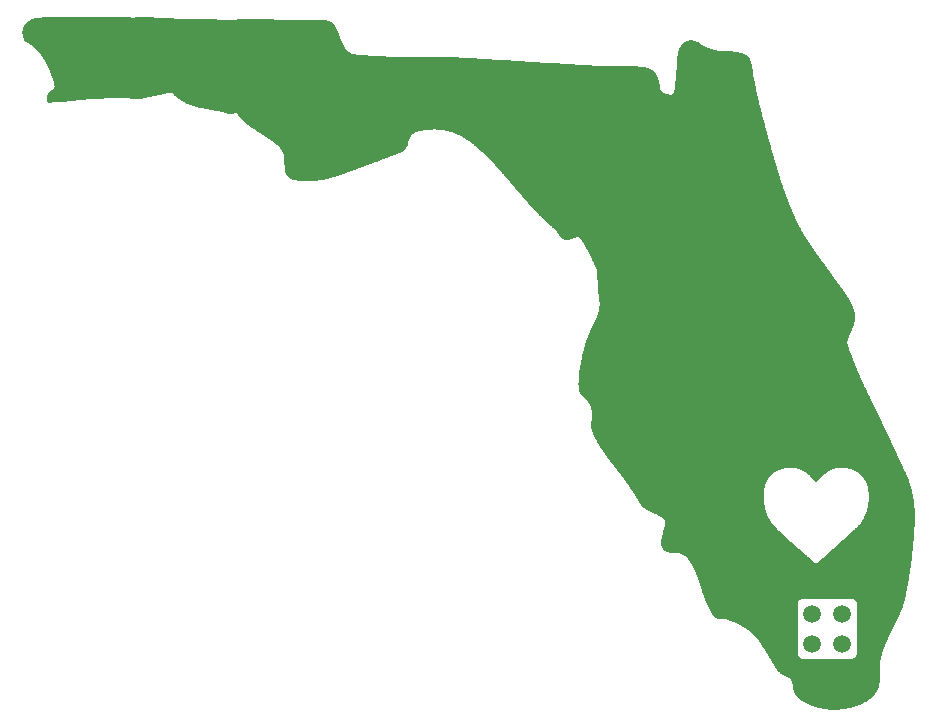
<source format=gtl>
G04 MADE WITH FRITZING*
G04 WWW.FRITZING.ORG*
G04 DOUBLE SIDED*
G04 HOLES PLATED*
G04 CONTOUR ON CENTER OF CONTOUR VECTOR*
%ASAXBY*%
%FSLAX23Y23*%
%MOIN*%
%OFA0B0*%
%SFA1.0B1.0*%
%ADD10C,0.059055*%
%ADD11R,0.001000X0.001000*%
%LNCOPPER1*%
G90*
G70*
G54D10*
X2712Y636D03*
X2812Y636D03*
X2712Y636D03*
X2812Y636D03*
X2812Y536D03*
X2712Y536D03*
X2712Y636D03*
X2812Y636D03*
X2712Y636D03*
X2812Y636D03*
X2812Y536D03*
X2712Y536D03*
G54D11*
X156Y2626D02*
X332Y2626D01*
X145Y2625D02*
X440Y2625D01*
X455Y2625D02*
X517Y2625D01*
X136Y2624D02*
X532Y2624D01*
X130Y2623D02*
X547Y2623D01*
X124Y2622D02*
X564Y2622D01*
X119Y2621D02*
X583Y2621D01*
X115Y2620D02*
X608Y2620D01*
X112Y2619D02*
X640Y2619D01*
X109Y2618D02*
X727Y2618D01*
X793Y2618D02*
X916Y2618D01*
X107Y2617D02*
X983Y2617D01*
X105Y2616D02*
X1086Y2616D01*
X103Y2615D02*
X1094Y2615D01*
X101Y2614D02*
X1098Y2614D01*
X99Y2613D02*
X1100Y2613D01*
X98Y2612D02*
X1103Y2612D01*
X97Y2611D02*
X1105Y2611D01*
X95Y2610D02*
X1106Y2610D01*
X94Y2609D02*
X1108Y2609D01*
X93Y2608D02*
X1109Y2608D01*
X92Y2607D02*
X1111Y2607D01*
X91Y2606D02*
X1112Y2606D01*
X90Y2605D02*
X1113Y2605D01*
X90Y2604D02*
X1114Y2604D01*
X89Y2603D02*
X1115Y2603D01*
X88Y2602D02*
X1116Y2602D01*
X87Y2601D02*
X1117Y2601D01*
X87Y2600D02*
X1117Y2600D01*
X86Y2599D02*
X1118Y2599D01*
X85Y2598D02*
X1119Y2598D01*
X85Y2597D02*
X1119Y2597D01*
X84Y2596D02*
X1120Y2596D01*
X84Y2595D02*
X1121Y2595D01*
X83Y2594D02*
X1121Y2594D01*
X83Y2593D02*
X1122Y2593D01*
X82Y2592D02*
X1122Y2592D01*
X82Y2591D02*
X1123Y2591D01*
X82Y2590D02*
X1123Y2590D01*
X81Y2589D02*
X1124Y2589D01*
X81Y2588D02*
X1124Y2588D01*
X81Y2587D02*
X1125Y2587D01*
X81Y2586D02*
X1125Y2586D01*
X80Y2585D02*
X1126Y2585D01*
X80Y2584D02*
X1126Y2584D01*
X80Y2583D02*
X1126Y2583D01*
X80Y2582D02*
X1127Y2582D01*
X80Y2581D02*
X1127Y2581D01*
X80Y2580D02*
X1128Y2580D01*
X79Y2579D02*
X1128Y2579D01*
X79Y2578D02*
X1129Y2578D01*
X79Y2577D02*
X1129Y2577D01*
X79Y2576D02*
X1130Y2576D01*
X79Y2575D02*
X1130Y2575D01*
X79Y2574D02*
X1130Y2574D01*
X79Y2573D02*
X1131Y2573D01*
X79Y2572D02*
X1131Y2572D01*
X79Y2571D02*
X1132Y2571D01*
X79Y2570D02*
X1132Y2570D01*
X80Y2569D02*
X1133Y2569D01*
X80Y2568D02*
X1133Y2568D01*
X80Y2567D02*
X1133Y2567D01*
X80Y2566D02*
X1134Y2566D01*
X80Y2565D02*
X1134Y2565D01*
X80Y2564D02*
X1135Y2564D01*
X81Y2563D02*
X1135Y2563D01*
X81Y2562D02*
X1135Y2562D01*
X81Y2561D02*
X1136Y2561D01*
X81Y2560D02*
X1136Y2560D01*
X82Y2559D02*
X1137Y2559D01*
X82Y2558D02*
X1137Y2558D01*
X82Y2557D02*
X1138Y2557D01*
X83Y2556D02*
X1138Y2556D01*
X83Y2555D02*
X1138Y2555D01*
X83Y2554D02*
X1139Y2554D01*
X84Y2553D02*
X1139Y2553D01*
X84Y2552D02*
X1140Y2552D01*
X85Y2551D02*
X1140Y2551D01*
X85Y2550D02*
X1140Y2550D01*
X86Y2549D02*
X1141Y2549D01*
X86Y2548D02*
X1141Y2548D01*
X2301Y2548D02*
X2314Y2548D01*
X87Y2547D02*
X1142Y2547D01*
X2297Y2547D02*
X2319Y2547D01*
X88Y2546D02*
X1142Y2546D01*
X2294Y2546D02*
X2322Y2546D01*
X89Y2545D02*
X1143Y2545D01*
X2292Y2545D02*
X2324Y2545D01*
X90Y2544D02*
X1143Y2544D01*
X2290Y2544D02*
X2326Y2544D01*
X91Y2543D02*
X1143Y2543D01*
X2288Y2543D02*
X2328Y2543D01*
X93Y2542D02*
X1144Y2542D01*
X2286Y2542D02*
X2330Y2542D01*
X95Y2541D02*
X1144Y2541D01*
X2285Y2541D02*
X2332Y2541D01*
X97Y2540D02*
X1145Y2540D01*
X2284Y2540D02*
X2333Y2540D01*
X99Y2539D02*
X1145Y2539D01*
X2282Y2539D02*
X2335Y2539D01*
X100Y2538D02*
X1146Y2538D01*
X2281Y2538D02*
X2336Y2538D01*
X102Y2537D02*
X1146Y2537D01*
X2280Y2537D02*
X2338Y2537D01*
X104Y2536D02*
X1147Y2536D01*
X2279Y2536D02*
X2339Y2536D01*
X105Y2535D02*
X1147Y2535D01*
X2278Y2535D02*
X2341Y2535D01*
X107Y2534D02*
X1147Y2534D01*
X2277Y2534D02*
X2342Y2534D01*
X108Y2533D02*
X1148Y2533D01*
X2277Y2533D02*
X2344Y2533D01*
X109Y2532D02*
X1148Y2532D01*
X2276Y2532D02*
X2345Y2532D01*
X111Y2531D02*
X1149Y2531D01*
X2275Y2531D02*
X2347Y2531D01*
X112Y2530D02*
X1149Y2530D01*
X2274Y2530D02*
X2349Y2530D01*
X113Y2529D02*
X1150Y2529D01*
X2274Y2529D02*
X2351Y2529D01*
X115Y2528D02*
X1150Y2528D01*
X2273Y2528D02*
X2352Y2528D01*
X116Y2527D02*
X1151Y2527D01*
X2272Y2527D02*
X2355Y2527D01*
X117Y2526D02*
X1152Y2526D01*
X2272Y2526D02*
X2357Y2526D01*
X118Y2525D02*
X1152Y2525D01*
X2271Y2525D02*
X2359Y2525D01*
X119Y2524D02*
X1153Y2524D01*
X2271Y2524D02*
X2361Y2524D01*
X120Y2523D02*
X1154Y2523D01*
X2270Y2523D02*
X2363Y2523D01*
X121Y2522D02*
X1154Y2522D01*
X2270Y2522D02*
X2366Y2522D01*
X122Y2521D02*
X1155Y2521D01*
X2269Y2521D02*
X2369Y2521D01*
X123Y2520D02*
X1156Y2520D01*
X2269Y2520D02*
X2372Y2520D01*
X124Y2519D02*
X1157Y2519D01*
X2268Y2519D02*
X2375Y2519D01*
X125Y2518D02*
X1157Y2518D01*
X2268Y2518D02*
X2379Y2518D01*
X126Y2517D02*
X1158Y2517D01*
X2268Y2517D02*
X2383Y2517D01*
X127Y2516D02*
X1159Y2516D01*
X2267Y2516D02*
X2389Y2516D01*
X128Y2515D02*
X1160Y2515D01*
X2267Y2515D02*
X2395Y2515D01*
X129Y2514D02*
X1161Y2514D01*
X2266Y2514D02*
X2407Y2514D01*
X130Y2513D02*
X1162Y2513D01*
X2266Y2513D02*
X2431Y2513D01*
X131Y2512D02*
X1164Y2512D01*
X2266Y2512D02*
X2440Y2512D01*
X132Y2511D02*
X1165Y2511D01*
X2266Y2511D02*
X2447Y2511D01*
X132Y2510D02*
X1166Y2510D01*
X2265Y2510D02*
X2453Y2510D01*
X133Y2509D02*
X1168Y2509D01*
X2265Y2509D02*
X2460Y2509D01*
X134Y2508D02*
X1169Y2508D01*
X2265Y2508D02*
X2466Y2508D01*
X135Y2507D02*
X1171Y2507D01*
X2264Y2507D02*
X2472Y2507D01*
X136Y2506D02*
X1173Y2506D01*
X2264Y2506D02*
X2476Y2506D01*
X137Y2505D02*
X1175Y2505D01*
X2264Y2505D02*
X2479Y2505D01*
X138Y2504D02*
X1178Y2504D01*
X2264Y2504D02*
X2482Y2504D01*
X138Y2503D02*
X1181Y2503D01*
X2263Y2503D02*
X2484Y2503D01*
X139Y2502D02*
X1184Y2502D01*
X2263Y2502D02*
X2486Y2502D01*
X140Y2501D02*
X1190Y2501D01*
X2263Y2501D02*
X2488Y2501D01*
X141Y2500D02*
X1201Y2500D01*
X2263Y2500D02*
X2490Y2500D01*
X141Y2499D02*
X1216Y2499D01*
X2263Y2499D02*
X2491Y2499D01*
X142Y2498D02*
X1231Y2498D01*
X2263Y2498D02*
X2493Y2498D01*
X143Y2497D02*
X1246Y2497D01*
X2263Y2497D02*
X2494Y2497D01*
X144Y2496D02*
X1265Y2496D01*
X2262Y2496D02*
X2495Y2496D01*
X144Y2495D02*
X1290Y2495D01*
X2262Y2495D02*
X2496Y2495D01*
X145Y2494D02*
X1429Y2494D01*
X2262Y2494D02*
X2497Y2494D01*
X146Y2493D02*
X1475Y2493D01*
X2262Y2493D02*
X2498Y2493D01*
X147Y2492D02*
X1508Y2492D01*
X2262Y2492D02*
X2499Y2492D01*
X147Y2491D02*
X1535Y2491D01*
X2262Y2491D02*
X2500Y2491D01*
X148Y2490D02*
X1557Y2490D01*
X2262Y2490D02*
X2500Y2490D01*
X149Y2489D02*
X1577Y2489D01*
X2262Y2489D02*
X2501Y2489D01*
X149Y2488D02*
X1595Y2488D01*
X2262Y2488D02*
X2502Y2488D01*
X150Y2487D02*
X1612Y2487D01*
X2262Y2487D02*
X2502Y2487D01*
X150Y2486D02*
X1628Y2486D01*
X2262Y2486D02*
X2503Y2486D01*
X151Y2485D02*
X1644Y2485D01*
X2262Y2485D02*
X2503Y2485D01*
X152Y2484D02*
X1660Y2484D01*
X2262Y2484D02*
X2504Y2484D01*
X152Y2483D02*
X1675Y2483D01*
X2262Y2483D02*
X2504Y2483D01*
X153Y2482D02*
X1691Y2482D01*
X2262Y2482D02*
X2505Y2482D01*
X154Y2481D02*
X1707Y2481D01*
X2262Y2481D02*
X2505Y2481D01*
X154Y2480D02*
X1723Y2480D01*
X2261Y2480D02*
X2506Y2480D01*
X155Y2479D02*
X1739Y2479D01*
X2261Y2479D02*
X2506Y2479D01*
X155Y2478D02*
X1755Y2478D01*
X2261Y2478D02*
X2506Y2478D01*
X156Y2477D02*
X1771Y2477D01*
X2261Y2477D02*
X2507Y2477D01*
X156Y2476D02*
X1787Y2476D01*
X2261Y2476D02*
X2507Y2476D01*
X157Y2475D02*
X1804Y2475D01*
X2261Y2475D02*
X2507Y2475D01*
X158Y2474D02*
X1820Y2474D01*
X2261Y2474D02*
X2508Y2474D01*
X158Y2473D02*
X1837Y2473D01*
X2261Y2473D02*
X2508Y2473D01*
X159Y2472D02*
X1853Y2472D01*
X2261Y2472D02*
X2508Y2472D01*
X159Y2471D02*
X1869Y2471D01*
X2261Y2471D02*
X2508Y2471D01*
X160Y2470D02*
X1887Y2470D01*
X2261Y2470D02*
X2508Y2470D01*
X160Y2469D02*
X1904Y2469D01*
X2261Y2469D02*
X2509Y2469D01*
X161Y2468D02*
X1921Y2468D01*
X2261Y2468D02*
X2509Y2468D01*
X161Y2467D02*
X1939Y2467D01*
X2261Y2467D02*
X2509Y2467D01*
X162Y2466D02*
X1956Y2466D01*
X2261Y2466D02*
X2509Y2466D01*
X162Y2465D02*
X1977Y2465D01*
X2260Y2465D02*
X2509Y2465D01*
X163Y2464D02*
X2073Y2464D01*
X2260Y2464D02*
X2509Y2464D01*
X163Y2463D02*
X2104Y2463D01*
X2260Y2463D02*
X2510Y2463D01*
X164Y2462D02*
X2120Y2462D01*
X2260Y2462D02*
X2510Y2462D01*
X164Y2461D02*
X2131Y2461D01*
X2260Y2461D02*
X2510Y2461D01*
X165Y2460D02*
X2141Y2460D01*
X2260Y2460D02*
X2510Y2460D01*
X165Y2459D02*
X2149Y2459D01*
X2260Y2459D02*
X2510Y2459D01*
X165Y2458D02*
X2156Y2458D01*
X2260Y2458D02*
X2510Y2458D01*
X166Y2457D02*
X2161Y2457D01*
X2260Y2457D02*
X2511Y2457D01*
X166Y2456D02*
X2164Y2456D01*
X2260Y2456D02*
X2511Y2456D01*
X167Y2455D02*
X2167Y2455D01*
X2260Y2455D02*
X2511Y2455D01*
X167Y2454D02*
X2170Y2454D01*
X2260Y2454D02*
X2511Y2454D01*
X168Y2453D02*
X2172Y2453D01*
X2260Y2453D02*
X2511Y2453D01*
X168Y2452D02*
X2173Y2452D01*
X2260Y2452D02*
X2511Y2452D01*
X168Y2451D02*
X2175Y2451D01*
X2260Y2451D02*
X2512Y2451D01*
X169Y2450D02*
X2177Y2450D01*
X2260Y2450D02*
X2512Y2450D01*
X169Y2449D02*
X2178Y2449D01*
X2259Y2449D02*
X2512Y2449D01*
X170Y2448D02*
X2179Y2448D01*
X2259Y2448D02*
X2512Y2448D01*
X170Y2447D02*
X2181Y2447D01*
X2259Y2447D02*
X2512Y2447D01*
X171Y2446D02*
X2182Y2446D01*
X2259Y2446D02*
X2512Y2446D01*
X171Y2445D02*
X2183Y2445D01*
X2259Y2445D02*
X2513Y2445D01*
X171Y2444D02*
X2184Y2444D01*
X2259Y2444D02*
X2513Y2444D01*
X172Y2443D02*
X2185Y2443D01*
X2259Y2443D02*
X2513Y2443D01*
X172Y2442D02*
X2186Y2442D01*
X2259Y2442D02*
X2513Y2442D01*
X172Y2441D02*
X2186Y2441D01*
X2259Y2441D02*
X2513Y2441D01*
X173Y2440D02*
X2187Y2440D01*
X2259Y2440D02*
X2513Y2440D01*
X173Y2439D02*
X2188Y2439D01*
X2259Y2439D02*
X2514Y2439D01*
X174Y2438D02*
X2189Y2438D01*
X2259Y2438D02*
X2514Y2438D01*
X174Y2437D02*
X2189Y2437D01*
X2259Y2437D02*
X2514Y2437D01*
X174Y2436D02*
X2190Y2436D01*
X2259Y2436D02*
X2514Y2436D01*
X175Y2435D02*
X2191Y2435D01*
X2258Y2435D02*
X2514Y2435D01*
X175Y2434D02*
X2191Y2434D01*
X2258Y2434D02*
X2514Y2434D01*
X175Y2433D02*
X2192Y2433D01*
X2258Y2433D02*
X2515Y2433D01*
X176Y2432D02*
X2192Y2432D01*
X2258Y2432D02*
X2515Y2432D01*
X176Y2431D02*
X2193Y2431D01*
X2258Y2431D02*
X2515Y2431D01*
X176Y2430D02*
X2193Y2430D01*
X2258Y2430D02*
X2515Y2430D01*
X177Y2429D02*
X2194Y2429D01*
X2258Y2429D02*
X2515Y2429D01*
X177Y2428D02*
X2194Y2428D01*
X2258Y2428D02*
X2515Y2428D01*
X178Y2427D02*
X2195Y2427D01*
X2258Y2427D02*
X2516Y2427D01*
X178Y2426D02*
X2195Y2426D01*
X2258Y2426D02*
X2516Y2426D01*
X178Y2425D02*
X2196Y2425D01*
X2258Y2425D02*
X2516Y2425D01*
X179Y2424D02*
X2196Y2424D01*
X2258Y2424D02*
X2516Y2424D01*
X179Y2423D02*
X2196Y2423D01*
X2258Y2423D02*
X2516Y2423D01*
X179Y2422D02*
X2197Y2422D01*
X2257Y2422D02*
X2517Y2422D01*
X180Y2421D02*
X2197Y2421D01*
X2257Y2421D02*
X2517Y2421D01*
X180Y2420D02*
X2197Y2420D01*
X2257Y2420D02*
X2517Y2420D01*
X180Y2419D02*
X2198Y2419D01*
X2257Y2419D02*
X2517Y2419D01*
X181Y2418D02*
X2198Y2418D01*
X2257Y2418D02*
X2517Y2418D01*
X181Y2417D02*
X2198Y2417D01*
X2257Y2417D02*
X2517Y2417D01*
X181Y2416D02*
X2198Y2416D01*
X2257Y2416D02*
X2518Y2416D01*
X182Y2415D02*
X2199Y2415D01*
X2257Y2415D02*
X2518Y2415D01*
X182Y2414D02*
X2199Y2414D01*
X2257Y2414D02*
X2518Y2414D01*
X182Y2413D02*
X2199Y2413D01*
X2257Y2413D02*
X2518Y2413D01*
X183Y2412D02*
X2199Y2412D01*
X2256Y2412D02*
X2518Y2412D01*
X183Y2411D02*
X2200Y2411D01*
X2256Y2411D02*
X2519Y2411D01*
X183Y2410D02*
X2200Y2410D01*
X2256Y2410D02*
X2519Y2410D01*
X183Y2409D02*
X2200Y2409D01*
X2256Y2409D02*
X2519Y2409D01*
X184Y2408D02*
X2200Y2408D01*
X2256Y2408D02*
X2519Y2408D01*
X184Y2407D02*
X2200Y2407D01*
X2256Y2407D02*
X2519Y2407D01*
X184Y2406D02*
X2201Y2406D01*
X2256Y2406D02*
X2519Y2406D01*
X185Y2405D02*
X2201Y2405D01*
X2256Y2405D02*
X2520Y2405D01*
X185Y2404D02*
X2201Y2404D01*
X2255Y2404D02*
X2520Y2404D01*
X185Y2403D02*
X2201Y2403D01*
X2255Y2403D02*
X2520Y2403D01*
X186Y2402D02*
X2201Y2402D01*
X2255Y2402D02*
X2520Y2402D01*
X186Y2401D02*
X2202Y2401D01*
X2255Y2401D02*
X2520Y2401D01*
X186Y2400D02*
X2202Y2400D01*
X2255Y2400D02*
X2521Y2400D01*
X186Y2399D02*
X2202Y2399D01*
X2255Y2399D02*
X2521Y2399D01*
X186Y2398D02*
X2202Y2398D01*
X2255Y2398D02*
X2521Y2398D01*
X187Y2397D02*
X2202Y2397D01*
X2255Y2397D02*
X2521Y2397D01*
X187Y2396D02*
X2202Y2396D01*
X2254Y2396D02*
X2521Y2396D01*
X187Y2395D02*
X2202Y2395D01*
X2254Y2395D02*
X2522Y2395D01*
X187Y2394D02*
X2202Y2394D01*
X2254Y2394D02*
X2522Y2394D01*
X186Y2393D02*
X2202Y2393D01*
X2254Y2393D02*
X2522Y2393D01*
X186Y2392D02*
X2203Y2392D01*
X2254Y2392D02*
X2522Y2392D01*
X185Y2391D02*
X2203Y2391D01*
X2254Y2391D02*
X2522Y2391D01*
X185Y2390D02*
X2203Y2390D01*
X2254Y2390D02*
X2523Y2390D01*
X184Y2389D02*
X2203Y2389D01*
X2253Y2389D02*
X2523Y2389D01*
X183Y2388D02*
X2204Y2388D01*
X2253Y2388D02*
X2523Y2388D01*
X182Y2387D02*
X2204Y2387D01*
X2253Y2387D02*
X2523Y2387D01*
X181Y2386D02*
X2204Y2386D01*
X2253Y2386D02*
X2523Y2386D01*
X180Y2385D02*
X2205Y2385D01*
X2253Y2385D02*
X2524Y2385D01*
X179Y2384D02*
X2205Y2384D01*
X2253Y2384D02*
X2524Y2384D01*
X178Y2383D02*
X2206Y2383D01*
X2252Y2383D02*
X2524Y2383D01*
X177Y2382D02*
X2206Y2382D01*
X2252Y2382D02*
X2524Y2382D01*
X176Y2381D02*
X2207Y2381D01*
X2252Y2381D02*
X2525Y2381D01*
X174Y2380D02*
X2208Y2380D01*
X2252Y2380D02*
X2525Y2380D01*
X173Y2379D02*
X2209Y2379D01*
X2252Y2379D02*
X2525Y2379D01*
X172Y2378D02*
X2210Y2378D01*
X2251Y2378D02*
X2525Y2378D01*
X171Y2377D02*
X2211Y2377D01*
X2251Y2377D02*
X2525Y2377D01*
X170Y2376D02*
X2212Y2376D01*
X2251Y2376D02*
X2526Y2376D01*
X169Y2375D02*
X2213Y2375D01*
X2251Y2375D02*
X2526Y2375D01*
X168Y2374D02*
X2215Y2374D01*
X2250Y2374D02*
X2526Y2374D01*
X167Y2373D02*
X565Y2373D01*
X578Y2373D02*
X2217Y2373D01*
X2250Y2373D02*
X2526Y2373D01*
X167Y2372D02*
X560Y2372D01*
X580Y2372D02*
X2219Y2372D01*
X2249Y2372D02*
X2526Y2372D01*
X166Y2371D02*
X556Y2371D01*
X581Y2371D02*
X2221Y2371D01*
X2248Y2371D02*
X2527Y2371D01*
X165Y2370D02*
X551Y2370D01*
X581Y2370D02*
X2224Y2370D01*
X2247Y2370D02*
X2527Y2370D01*
X164Y2369D02*
X546Y2369D01*
X582Y2369D02*
X2228Y2369D01*
X2246Y2369D02*
X2527Y2369D01*
X164Y2368D02*
X542Y2368D01*
X583Y2368D02*
X2232Y2368D01*
X2244Y2368D02*
X2527Y2368D01*
X163Y2367D02*
X537Y2367D01*
X584Y2367D02*
X2528Y2367D01*
X163Y2366D02*
X533Y2366D01*
X585Y2366D02*
X2528Y2366D01*
X162Y2365D02*
X528Y2365D01*
X586Y2365D02*
X2528Y2365D01*
X162Y2364D02*
X523Y2364D01*
X587Y2364D02*
X2528Y2364D01*
X161Y2363D02*
X519Y2363D01*
X588Y2363D02*
X2529Y2363D01*
X161Y2362D02*
X514Y2362D01*
X589Y2362D02*
X2529Y2362D01*
X161Y2361D02*
X509Y2361D01*
X591Y2361D02*
X2529Y2361D01*
X161Y2360D02*
X505Y2360D01*
X592Y2360D02*
X2529Y2360D01*
X160Y2359D02*
X500Y2359D01*
X593Y2359D02*
X2529Y2359D01*
X160Y2358D02*
X495Y2358D01*
X594Y2358D02*
X2530Y2358D01*
X160Y2357D02*
X490Y2357D01*
X595Y2357D02*
X2530Y2357D01*
X160Y2356D02*
X377Y2356D01*
X412Y2356D02*
X485Y2356D01*
X596Y2356D02*
X2530Y2356D01*
X160Y2355D02*
X350Y2355D01*
X438Y2355D02*
X480Y2355D01*
X598Y2355D02*
X2530Y2355D01*
X160Y2354D02*
X331Y2354D01*
X452Y2354D02*
X473Y2354D01*
X599Y2354D02*
X2531Y2354D01*
X160Y2353D02*
X317Y2353D01*
X600Y2353D02*
X2531Y2353D01*
X160Y2352D02*
X303Y2352D01*
X602Y2352D02*
X2531Y2352D01*
X160Y2351D02*
X291Y2351D01*
X603Y2351D02*
X2531Y2351D01*
X160Y2350D02*
X280Y2350D01*
X605Y2350D02*
X2532Y2350D01*
X160Y2349D02*
X269Y2349D01*
X606Y2349D02*
X2532Y2349D01*
X160Y2348D02*
X258Y2348D01*
X608Y2348D02*
X2532Y2348D01*
X160Y2347D02*
X248Y2347D01*
X609Y2347D02*
X2532Y2347D01*
X160Y2346D02*
X237Y2346D01*
X611Y2346D02*
X2533Y2346D01*
X160Y2345D02*
X227Y2345D01*
X613Y2345D02*
X2533Y2345D01*
X161Y2344D02*
X216Y2344D01*
X614Y2344D02*
X2533Y2344D01*
X161Y2343D02*
X202Y2343D01*
X616Y2343D02*
X2533Y2343D01*
X162Y2342D02*
X189Y2342D01*
X618Y2342D02*
X2533Y2342D01*
X164Y2341D02*
X176Y2341D01*
X620Y2341D02*
X2534Y2341D01*
X622Y2340D02*
X2534Y2340D01*
X624Y2339D02*
X2534Y2339D01*
X626Y2338D02*
X2534Y2338D01*
X628Y2337D02*
X2535Y2337D01*
X631Y2336D02*
X2535Y2336D01*
X633Y2335D02*
X2535Y2335D01*
X636Y2334D02*
X2535Y2334D01*
X638Y2333D02*
X2536Y2333D01*
X641Y2332D02*
X2536Y2332D01*
X644Y2331D02*
X2536Y2331D01*
X647Y2330D02*
X2536Y2330D01*
X650Y2329D02*
X2537Y2329D01*
X653Y2328D02*
X2537Y2328D01*
X657Y2327D02*
X2537Y2327D01*
X661Y2326D02*
X2537Y2326D01*
X665Y2325D02*
X2538Y2325D01*
X670Y2324D02*
X2538Y2324D01*
X674Y2323D02*
X2538Y2323D01*
X679Y2322D02*
X2538Y2322D01*
X684Y2321D02*
X2539Y2321D01*
X690Y2320D02*
X2539Y2320D01*
X695Y2319D02*
X2539Y2319D01*
X701Y2318D02*
X2539Y2318D01*
X706Y2317D02*
X2540Y2317D01*
X711Y2316D02*
X2540Y2316D01*
X717Y2315D02*
X2540Y2315D01*
X722Y2314D02*
X2540Y2314D01*
X727Y2313D02*
X2541Y2313D01*
X732Y2312D02*
X2541Y2312D01*
X737Y2311D02*
X2541Y2311D01*
X741Y2310D02*
X2541Y2310D01*
X745Y2309D02*
X2542Y2309D01*
X750Y2308D02*
X2542Y2308D01*
X754Y2307D02*
X789Y2307D01*
X793Y2307D02*
X2542Y2307D01*
X758Y2306D02*
X788Y2306D01*
X794Y2306D02*
X2543Y2306D01*
X762Y2305D02*
X785Y2305D01*
X794Y2305D02*
X2543Y2305D01*
X766Y2304D02*
X783Y2304D01*
X795Y2304D02*
X2543Y2304D01*
X773Y2303D02*
X778Y2303D01*
X796Y2303D02*
X2543Y2303D01*
X797Y2302D02*
X2544Y2302D01*
X797Y2301D02*
X2544Y2301D01*
X798Y2300D02*
X2544Y2300D01*
X799Y2299D02*
X2544Y2299D01*
X799Y2298D02*
X2545Y2298D01*
X800Y2297D02*
X2545Y2297D01*
X801Y2296D02*
X2545Y2296D01*
X802Y2295D02*
X2545Y2295D01*
X803Y2294D02*
X2546Y2294D01*
X803Y2293D02*
X2546Y2293D01*
X804Y2292D02*
X2546Y2292D01*
X805Y2291D02*
X2546Y2291D01*
X806Y2290D02*
X2547Y2290D01*
X807Y2289D02*
X2547Y2289D01*
X808Y2288D02*
X2547Y2288D01*
X809Y2287D02*
X2548Y2287D01*
X810Y2286D02*
X2548Y2286D01*
X811Y2285D02*
X2548Y2285D01*
X811Y2284D02*
X2548Y2284D01*
X812Y2283D02*
X2549Y2283D01*
X813Y2282D02*
X2549Y2282D01*
X814Y2281D02*
X2549Y2281D01*
X815Y2280D02*
X2549Y2280D01*
X817Y2279D02*
X2550Y2279D01*
X818Y2278D02*
X2550Y2278D01*
X819Y2277D02*
X2550Y2277D01*
X820Y2276D02*
X2550Y2276D01*
X821Y2275D02*
X2551Y2275D01*
X822Y2274D02*
X2551Y2274D01*
X823Y2273D02*
X2551Y2273D01*
X824Y2272D02*
X2551Y2272D01*
X825Y2271D02*
X2552Y2271D01*
X827Y2270D02*
X2552Y2270D01*
X828Y2269D02*
X2552Y2269D01*
X829Y2268D02*
X2553Y2268D01*
X830Y2267D02*
X2553Y2267D01*
X832Y2266D02*
X2553Y2266D01*
X833Y2265D02*
X2553Y2265D01*
X834Y2264D02*
X2554Y2264D01*
X835Y2263D02*
X2554Y2263D01*
X837Y2262D02*
X2554Y2262D01*
X838Y2261D02*
X2554Y2261D01*
X839Y2260D02*
X2555Y2260D01*
X841Y2259D02*
X2555Y2259D01*
X842Y2258D02*
X2555Y2258D01*
X844Y2257D02*
X2555Y2257D01*
X845Y2256D02*
X2556Y2256D01*
X847Y2255D02*
X2556Y2255D01*
X848Y2254D02*
X2556Y2254D01*
X850Y2253D02*
X2557Y2253D01*
X851Y2252D02*
X2557Y2252D01*
X853Y2251D02*
X1446Y2251D01*
X1457Y2251D02*
X2557Y2251D01*
X854Y2250D02*
X1428Y2250D01*
X1474Y2250D02*
X2557Y2250D01*
X856Y2249D02*
X1419Y2249D01*
X1482Y2249D02*
X2558Y2249D01*
X857Y2248D02*
X1412Y2248D01*
X1488Y2248D02*
X2558Y2248D01*
X859Y2247D02*
X1406Y2247D01*
X1493Y2247D02*
X2558Y2247D01*
X861Y2246D02*
X1400Y2246D01*
X1497Y2246D02*
X2558Y2246D01*
X862Y2245D02*
X1396Y2245D01*
X1501Y2245D02*
X2559Y2245D01*
X864Y2244D02*
X1393Y2244D01*
X1505Y2244D02*
X2559Y2244D01*
X866Y2243D02*
X1390Y2243D01*
X1508Y2243D02*
X2559Y2243D01*
X867Y2242D02*
X1388Y2242D01*
X1511Y2242D02*
X2559Y2242D01*
X869Y2241D02*
X1386Y2241D01*
X1514Y2241D02*
X2560Y2241D01*
X871Y2240D02*
X1385Y2240D01*
X1517Y2240D02*
X2560Y2240D01*
X872Y2239D02*
X1383Y2239D01*
X1520Y2239D02*
X2560Y2239D01*
X874Y2238D02*
X1382Y2238D01*
X1522Y2238D02*
X2561Y2238D01*
X876Y2237D02*
X1381Y2237D01*
X1525Y2237D02*
X2561Y2237D01*
X877Y2236D02*
X1380Y2236D01*
X1527Y2236D02*
X2561Y2236D01*
X879Y2235D02*
X1378Y2235D01*
X1529Y2235D02*
X2561Y2235D01*
X880Y2234D02*
X1377Y2234D01*
X1531Y2234D02*
X2562Y2234D01*
X882Y2233D02*
X1376Y2233D01*
X1533Y2233D02*
X2562Y2233D01*
X883Y2232D02*
X1376Y2232D01*
X1535Y2232D02*
X2562Y2232D01*
X885Y2231D02*
X1375Y2231D01*
X1537Y2231D02*
X2562Y2231D01*
X886Y2230D02*
X1374Y2230D01*
X1539Y2230D02*
X2563Y2230D01*
X888Y2229D02*
X1373Y2229D01*
X1541Y2229D02*
X2563Y2229D01*
X889Y2228D02*
X1373Y2228D01*
X1543Y2228D02*
X2563Y2228D01*
X891Y2227D02*
X1372Y2227D01*
X1545Y2227D02*
X2564Y2227D01*
X892Y2226D02*
X1371Y2226D01*
X1546Y2226D02*
X2564Y2226D01*
X893Y2225D02*
X1371Y2225D01*
X1548Y2225D02*
X2564Y2225D01*
X895Y2224D02*
X1370Y2224D01*
X1550Y2224D02*
X2564Y2224D01*
X896Y2223D02*
X1370Y2223D01*
X1551Y2223D02*
X2565Y2223D01*
X898Y2222D02*
X1369Y2222D01*
X1553Y2222D02*
X2565Y2222D01*
X899Y2221D02*
X1369Y2221D01*
X1555Y2221D02*
X2565Y2221D01*
X901Y2220D02*
X1368Y2220D01*
X1556Y2220D02*
X2566Y2220D01*
X902Y2219D02*
X1368Y2219D01*
X1558Y2219D02*
X2566Y2219D01*
X903Y2218D02*
X1367Y2218D01*
X1559Y2218D02*
X2566Y2218D01*
X905Y2217D02*
X1367Y2217D01*
X1561Y2217D02*
X2566Y2217D01*
X906Y2216D02*
X1367Y2216D01*
X1562Y2216D02*
X2567Y2216D01*
X908Y2215D02*
X1366Y2215D01*
X1564Y2215D02*
X2567Y2215D01*
X909Y2214D02*
X1366Y2214D01*
X1565Y2214D02*
X2567Y2214D01*
X910Y2213D02*
X1366Y2213D01*
X1567Y2213D02*
X2567Y2213D01*
X912Y2212D02*
X1365Y2212D01*
X1568Y2212D02*
X2568Y2212D01*
X913Y2211D02*
X1365Y2211D01*
X1570Y2211D02*
X2568Y2211D01*
X914Y2210D02*
X1365Y2210D01*
X1571Y2210D02*
X2568Y2210D01*
X916Y2209D02*
X1365Y2209D01*
X1572Y2209D02*
X2569Y2209D01*
X917Y2208D02*
X1364Y2208D01*
X1574Y2208D02*
X2569Y2208D01*
X918Y2207D02*
X1364Y2207D01*
X1575Y2207D02*
X2569Y2207D01*
X920Y2206D02*
X1364Y2206D01*
X1576Y2206D02*
X2569Y2206D01*
X921Y2205D02*
X1364Y2205D01*
X1577Y2205D02*
X2570Y2205D01*
X922Y2204D02*
X1363Y2204D01*
X1579Y2204D02*
X2570Y2204D01*
X923Y2203D02*
X1363Y2203D01*
X1580Y2203D02*
X2570Y2203D01*
X925Y2202D02*
X1363Y2202D01*
X1581Y2202D02*
X2570Y2202D01*
X926Y2201D02*
X1363Y2201D01*
X1583Y2201D02*
X2571Y2201D01*
X927Y2200D02*
X1362Y2200D01*
X1584Y2200D02*
X2571Y2200D01*
X928Y2199D02*
X1362Y2199D01*
X1585Y2199D02*
X2571Y2199D01*
X930Y2198D02*
X1362Y2198D01*
X1586Y2198D02*
X2572Y2198D01*
X931Y2197D02*
X1361Y2197D01*
X1587Y2197D02*
X2572Y2197D01*
X932Y2196D02*
X1361Y2196D01*
X1589Y2196D02*
X2572Y2196D01*
X933Y2195D02*
X1361Y2195D01*
X1590Y2195D02*
X2572Y2195D01*
X934Y2194D02*
X1360Y2194D01*
X1591Y2194D02*
X2573Y2194D01*
X935Y2193D02*
X1360Y2193D01*
X1592Y2193D02*
X2573Y2193D01*
X936Y2192D02*
X1359Y2192D01*
X1594Y2192D02*
X2573Y2192D01*
X937Y2191D02*
X1358Y2191D01*
X1595Y2191D02*
X2573Y2191D01*
X938Y2190D02*
X1358Y2190D01*
X1596Y2190D02*
X2574Y2190D01*
X938Y2189D02*
X1357Y2189D01*
X1597Y2189D02*
X2574Y2189D01*
X939Y2188D02*
X1356Y2188D01*
X1598Y2188D02*
X2574Y2188D01*
X940Y2187D02*
X1356Y2187D01*
X1599Y2187D02*
X2575Y2187D01*
X941Y2186D02*
X1355Y2186D01*
X1600Y2186D02*
X2575Y2186D01*
X941Y2185D02*
X1354Y2185D01*
X1602Y2185D02*
X2575Y2185D01*
X942Y2184D02*
X1353Y2184D01*
X1603Y2184D02*
X2575Y2184D01*
X943Y2183D02*
X1353Y2183D01*
X1604Y2183D02*
X2576Y2183D01*
X943Y2182D02*
X1352Y2182D01*
X1605Y2182D02*
X2576Y2182D01*
X944Y2181D02*
X1351Y2181D01*
X1606Y2181D02*
X2576Y2181D01*
X945Y2180D02*
X1350Y2180D01*
X1607Y2180D02*
X2576Y2180D01*
X945Y2179D02*
X1348Y2179D01*
X1608Y2179D02*
X2577Y2179D01*
X946Y2178D02*
X1347Y2178D01*
X1609Y2178D02*
X2577Y2178D01*
X946Y2177D02*
X1346Y2177D01*
X1610Y2177D02*
X2577Y2177D01*
X947Y2176D02*
X1344Y2176D01*
X1611Y2176D02*
X2578Y2176D01*
X947Y2175D02*
X1341Y2175D01*
X1613Y2175D02*
X2578Y2175D01*
X947Y2174D02*
X1338Y2174D01*
X1614Y2174D02*
X2578Y2174D01*
X948Y2173D02*
X1336Y2173D01*
X1615Y2173D02*
X2578Y2173D01*
X948Y2172D02*
X1333Y2172D01*
X1616Y2172D02*
X2579Y2172D01*
X949Y2171D02*
X1331Y2171D01*
X1617Y2171D02*
X2579Y2171D01*
X949Y2170D02*
X1328Y2170D01*
X1618Y2170D02*
X2579Y2170D01*
X949Y2169D02*
X1325Y2169D01*
X1619Y2169D02*
X2580Y2169D01*
X950Y2168D02*
X1323Y2168D01*
X1620Y2168D02*
X2580Y2168D01*
X950Y2167D02*
X1320Y2167D01*
X1621Y2167D02*
X2580Y2167D01*
X950Y2166D02*
X1317Y2166D01*
X1622Y2166D02*
X2580Y2166D01*
X950Y2165D02*
X1315Y2165D01*
X1623Y2165D02*
X2581Y2165D01*
X951Y2164D02*
X1312Y2164D01*
X1624Y2164D02*
X2581Y2164D01*
X951Y2163D02*
X1309Y2163D01*
X1625Y2163D02*
X2581Y2163D01*
X951Y2162D02*
X1307Y2162D01*
X1626Y2162D02*
X2582Y2162D01*
X951Y2161D02*
X1304Y2161D01*
X1627Y2161D02*
X2582Y2161D01*
X951Y2160D02*
X1301Y2160D01*
X1628Y2160D02*
X2582Y2160D01*
X951Y2159D02*
X1299Y2159D01*
X1629Y2159D02*
X2582Y2159D01*
X952Y2158D02*
X1296Y2158D01*
X1630Y2158D02*
X2583Y2158D01*
X952Y2157D02*
X1293Y2157D01*
X1631Y2157D02*
X2583Y2157D01*
X952Y2156D02*
X1291Y2156D01*
X1632Y2156D02*
X2583Y2156D01*
X952Y2155D02*
X1288Y2155D01*
X1633Y2155D02*
X2584Y2155D01*
X952Y2154D02*
X1285Y2154D01*
X1634Y2154D02*
X2584Y2154D01*
X952Y2153D02*
X1283Y2153D01*
X1635Y2153D02*
X2584Y2153D01*
X952Y2152D02*
X1280Y2152D01*
X1636Y2152D02*
X2584Y2152D01*
X952Y2151D02*
X1278Y2151D01*
X1637Y2151D02*
X2585Y2151D01*
X952Y2150D02*
X1275Y2150D01*
X1638Y2150D02*
X2585Y2150D01*
X952Y2149D02*
X1272Y2149D01*
X1639Y2149D02*
X2585Y2149D01*
X952Y2148D02*
X1270Y2148D01*
X1640Y2148D02*
X2586Y2148D01*
X952Y2147D02*
X1267Y2147D01*
X1641Y2147D02*
X2586Y2147D01*
X952Y2146D02*
X1264Y2146D01*
X1642Y2146D02*
X2586Y2146D01*
X952Y2145D02*
X1262Y2145D01*
X1643Y2145D02*
X2587Y2145D01*
X952Y2144D02*
X1259Y2144D01*
X1644Y2144D02*
X2587Y2144D01*
X952Y2143D02*
X1256Y2143D01*
X1645Y2143D02*
X2587Y2143D01*
X952Y2142D02*
X1254Y2142D01*
X1646Y2142D02*
X2587Y2142D01*
X952Y2141D02*
X1251Y2141D01*
X1647Y2141D02*
X2588Y2141D01*
X952Y2140D02*
X1248Y2140D01*
X1648Y2140D02*
X2588Y2140D01*
X952Y2139D02*
X1246Y2139D01*
X1649Y2139D02*
X2588Y2139D01*
X952Y2138D02*
X1243Y2138D01*
X1650Y2138D02*
X2589Y2138D01*
X952Y2137D02*
X1240Y2137D01*
X1651Y2137D02*
X2589Y2137D01*
X952Y2136D02*
X1238Y2136D01*
X1652Y2136D02*
X2589Y2136D01*
X952Y2135D02*
X1235Y2135D01*
X1653Y2135D02*
X2590Y2135D01*
X952Y2134D02*
X1232Y2134D01*
X1653Y2134D02*
X2590Y2134D01*
X953Y2133D02*
X1230Y2133D01*
X1654Y2133D02*
X2590Y2133D01*
X953Y2132D02*
X1227Y2132D01*
X1655Y2132D02*
X2590Y2132D01*
X953Y2131D02*
X1224Y2131D01*
X1656Y2131D02*
X2591Y2131D01*
X953Y2130D02*
X1222Y2130D01*
X1657Y2130D02*
X2591Y2130D01*
X953Y2129D02*
X1219Y2129D01*
X1658Y2129D02*
X2591Y2129D01*
X953Y2128D02*
X1216Y2128D01*
X1659Y2128D02*
X2592Y2128D01*
X953Y2127D02*
X1213Y2127D01*
X1660Y2127D02*
X2592Y2127D01*
X953Y2126D02*
X1211Y2126D01*
X1661Y2126D02*
X2592Y2126D01*
X953Y2125D02*
X1208Y2125D01*
X1662Y2125D02*
X2593Y2125D01*
X953Y2124D02*
X1205Y2124D01*
X1663Y2124D02*
X2593Y2124D01*
X953Y2123D02*
X1203Y2123D01*
X1663Y2123D02*
X2593Y2123D01*
X954Y2122D02*
X1200Y2122D01*
X1664Y2122D02*
X2593Y2122D01*
X954Y2121D02*
X1197Y2121D01*
X1665Y2121D02*
X2594Y2121D01*
X954Y2120D02*
X1194Y2120D01*
X1666Y2120D02*
X2594Y2120D01*
X954Y2119D02*
X1192Y2119D01*
X1667Y2119D02*
X2594Y2119D01*
X954Y2118D02*
X1189Y2118D01*
X1668Y2118D02*
X2595Y2118D01*
X954Y2117D02*
X1186Y2117D01*
X1669Y2117D02*
X2595Y2117D01*
X954Y2116D02*
X1183Y2116D01*
X1670Y2116D02*
X2595Y2116D01*
X955Y2115D02*
X1181Y2115D01*
X1671Y2115D02*
X2596Y2115D01*
X955Y2114D02*
X1178Y2114D01*
X1672Y2114D02*
X2596Y2114D01*
X955Y2113D02*
X1175Y2113D01*
X1672Y2113D02*
X2596Y2113D01*
X955Y2112D02*
X1172Y2112D01*
X1673Y2112D02*
X2596Y2112D01*
X956Y2111D02*
X1170Y2111D01*
X1674Y2111D02*
X2597Y2111D01*
X956Y2110D02*
X1167Y2110D01*
X1675Y2110D02*
X2597Y2110D01*
X956Y2109D02*
X1164Y2109D01*
X1676Y2109D02*
X2597Y2109D01*
X956Y2108D02*
X1161Y2108D01*
X1677Y2108D02*
X2598Y2108D01*
X957Y2107D02*
X1159Y2107D01*
X1678Y2107D02*
X2598Y2107D01*
X957Y2106D02*
X1156Y2106D01*
X1679Y2106D02*
X2598Y2106D01*
X957Y2105D02*
X1153Y2105D01*
X1679Y2105D02*
X2599Y2105D01*
X958Y2104D02*
X1150Y2104D01*
X1680Y2104D02*
X2599Y2104D01*
X958Y2103D02*
X1147Y2103D01*
X1681Y2103D02*
X2599Y2103D01*
X959Y2102D02*
X1145Y2102D01*
X1682Y2102D02*
X2600Y2102D01*
X959Y2101D02*
X1142Y2101D01*
X1683Y2101D02*
X2600Y2101D01*
X960Y2100D02*
X1139Y2100D01*
X1684Y2100D02*
X2600Y2100D01*
X961Y2099D02*
X1136Y2099D01*
X1685Y2099D02*
X2601Y2099D01*
X961Y2098D02*
X1133Y2098D01*
X1685Y2098D02*
X2601Y2098D01*
X962Y2097D02*
X1130Y2097D01*
X1686Y2097D02*
X2601Y2097D01*
X963Y2096D02*
X1128Y2096D01*
X1687Y2096D02*
X2602Y2096D01*
X963Y2095D02*
X1125Y2095D01*
X1688Y2095D02*
X2602Y2095D01*
X964Y2094D02*
X1121Y2094D01*
X1689Y2094D02*
X2602Y2094D01*
X965Y2093D02*
X1118Y2093D01*
X1690Y2093D02*
X2603Y2093D01*
X966Y2092D02*
X1115Y2092D01*
X1691Y2092D02*
X2603Y2092D01*
X967Y2091D02*
X1111Y2091D01*
X1692Y2091D02*
X2603Y2091D01*
X969Y2090D02*
X1108Y2090D01*
X1692Y2090D02*
X2604Y2090D01*
X970Y2089D02*
X1104Y2089D01*
X1693Y2089D02*
X2604Y2089D01*
X971Y2088D02*
X1100Y2088D01*
X1694Y2088D02*
X2604Y2088D01*
X973Y2087D02*
X1096Y2087D01*
X1695Y2087D02*
X2604Y2087D01*
X975Y2086D02*
X1092Y2086D01*
X1696Y2086D02*
X2605Y2086D01*
X977Y2085D02*
X1087Y2085D01*
X1697Y2085D02*
X2605Y2085D01*
X980Y2084D02*
X1083Y2084D01*
X1698Y2084D02*
X2605Y2084D01*
X984Y2083D02*
X1078Y2083D01*
X1699Y2083D02*
X2606Y2083D01*
X989Y2082D02*
X1072Y2082D01*
X1699Y2082D02*
X2606Y2082D01*
X996Y2081D02*
X1065Y2081D01*
X1700Y2081D02*
X2606Y2081D01*
X1003Y2080D02*
X1057Y2080D01*
X1701Y2080D02*
X2607Y2080D01*
X1012Y2079D02*
X1047Y2079D01*
X1702Y2079D02*
X2607Y2079D01*
X1703Y2078D02*
X2607Y2078D01*
X1704Y2077D02*
X2608Y2077D01*
X1705Y2076D02*
X2608Y2076D01*
X1705Y2075D02*
X2608Y2075D01*
X1706Y2074D02*
X2609Y2074D01*
X1707Y2073D02*
X2609Y2073D01*
X1708Y2072D02*
X2609Y2072D01*
X1709Y2071D02*
X2610Y2071D01*
X1710Y2070D02*
X2610Y2070D01*
X1710Y2069D02*
X2610Y2069D01*
X1711Y2068D02*
X2611Y2068D01*
X1712Y2067D02*
X2611Y2067D01*
X1713Y2066D02*
X2611Y2066D01*
X1714Y2065D02*
X2612Y2065D01*
X1715Y2064D02*
X2612Y2064D01*
X1716Y2063D02*
X2613Y2063D01*
X1716Y2062D02*
X2613Y2062D01*
X1717Y2061D02*
X2613Y2061D01*
X1718Y2060D02*
X2614Y2060D01*
X1719Y2059D02*
X2614Y2059D01*
X1720Y2058D02*
X2614Y2058D01*
X1721Y2057D02*
X2615Y2057D01*
X1722Y2056D02*
X2615Y2056D01*
X1722Y2055D02*
X2615Y2055D01*
X1723Y2054D02*
X2616Y2054D01*
X1724Y2053D02*
X2616Y2053D01*
X1725Y2052D02*
X2616Y2052D01*
X1726Y2051D02*
X2617Y2051D01*
X1727Y2050D02*
X2617Y2050D01*
X1728Y2049D02*
X2617Y2049D01*
X1728Y2048D02*
X2618Y2048D01*
X1729Y2047D02*
X2618Y2047D01*
X1730Y2046D02*
X2618Y2046D01*
X1731Y2045D02*
X2619Y2045D01*
X1732Y2044D02*
X2619Y2044D01*
X1733Y2043D02*
X2619Y2043D01*
X1734Y2042D02*
X2620Y2042D01*
X1734Y2041D02*
X2620Y2041D01*
X1735Y2040D02*
X2620Y2040D01*
X1736Y2039D02*
X2621Y2039D01*
X1737Y2038D02*
X2621Y2038D01*
X1738Y2037D02*
X2622Y2037D01*
X1739Y2036D02*
X2622Y2036D01*
X1740Y2035D02*
X2622Y2035D01*
X1740Y2034D02*
X2623Y2034D01*
X1741Y2033D02*
X2623Y2033D01*
X1742Y2032D02*
X2623Y2032D01*
X1743Y2031D02*
X2624Y2031D01*
X1744Y2030D02*
X2624Y2030D01*
X1745Y2029D02*
X2625Y2029D01*
X1746Y2028D02*
X2625Y2028D01*
X1746Y2027D02*
X2625Y2027D01*
X1747Y2026D02*
X2626Y2026D01*
X1748Y2025D02*
X2626Y2025D01*
X1749Y2024D02*
X2626Y2024D01*
X1750Y2023D02*
X2627Y2023D01*
X1751Y2022D02*
X2627Y2022D01*
X1752Y2021D02*
X2627Y2021D01*
X1752Y2020D02*
X2628Y2020D01*
X1753Y2019D02*
X2628Y2019D01*
X1754Y2018D02*
X2629Y2018D01*
X1755Y2017D02*
X2629Y2017D01*
X1756Y2016D02*
X2629Y2016D01*
X1757Y2015D02*
X2630Y2015D01*
X1758Y2014D02*
X2630Y2014D01*
X1758Y2013D02*
X2630Y2013D01*
X1759Y2012D02*
X2631Y2012D01*
X1760Y2011D02*
X2631Y2011D01*
X1761Y2010D02*
X2632Y2010D01*
X1762Y2009D02*
X2632Y2009D01*
X1763Y2008D02*
X2632Y2008D01*
X1764Y2007D02*
X2633Y2007D01*
X1765Y2006D02*
X2633Y2006D01*
X1765Y2005D02*
X2634Y2005D01*
X1766Y2004D02*
X2634Y2004D01*
X1767Y2003D02*
X2634Y2003D01*
X1768Y2002D02*
X2635Y2002D01*
X1769Y2001D02*
X2635Y2001D01*
X1770Y2000D02*
X2635Y2000D01*
X1771Y1999D02*
X2636Y1999D01*
X1772Y1998D02*
X2636Y1998D01*
X1772Y1997D02*
X2637Y1997D01*
X1773Y1996D02*
X2637Y1996D01*
X1774Y1995D02*
X2637Y1995D01*
X1775Y1994D02*
X2638Y1994D01*
X1776Y1993D02*
X2638Y1993D01*
X1777Y1992D02*
X2639Y1992D01*
X1778Y1991D02*
X2639Y1991D01*
X1779Y1990D02*
X2639Y1990D01*
X1780Y1989D02*
X2640Y1989D01*
X1781Y1988D02*
X2640Y1988D01*
X1782Y1987D02*
X2641Y1987D01*
X1783Y1986D02*
X2641Y1986D01*
X1783Y1985D02*
X2642Y1985D01*
X1784Y1984D02*
X2642Y1984D01*
X1785Y1983D02*
X2642Y1983D01*
X1786Y1982D02*
X2643Y1982D01*
X1787Y1981D02*
X2643Y1981D01*
X1788Y1980D02*
X2644Y1980D01*
X1789Y1979D02*
X2644Y1979D01*
X1790Y1978D02*
X2644Y1978D01*
X1791Y1977D02*
X2645Y1977D01*
X1792Y1976D02*
X2645Y1976D01*
X1793Y1975D02*
X2646Y1975D01*
X1794Y1974D02*
X2646Y1974D01*
X1795Y1973D02*
X2646Y1973D01*
X1796Y1972D02*
X2647Y1972D01*
X1797Y1971D02*
X2647Y1971D01*
X1798Y1970D02*
X2648Y1970D01*
X1799Y1969D02*
X2648Y1969D01*
X1800Y1968D02*
X2649Y1968D01*
X1801Y1967D02*
X2649Y1967D01*
X1801Y1966D02*
X2650Y1966D01*
X1802Y1965D02*
X2650Y1965D01*
X1803Y1964D02*
X2650Y1964D01*
X1804Y1963D02*
X2651Y1963D01*
X1805Y1962D02*
X2651Y1962D01*
X1807Y1961D02*
X2652Y1961D01*
X1808Y1960D02*
X2652Y1960D01*
X1809Y1959D02*
X2653Y1959D01*
X1810Y1958D02*
X2653Y1958D01*
X1811Y1957D02*
X2654Y1957D01*
X1812Y1956D02*
X2654Y1956D01*
X1813Y1955D02*
X2655Y1955D01*
X1814Y1954D02*
X2655Y1954D01*
X1815Y1953D02*
X2655Y1953D01*
X1816Y1952D02*
X2656Y1952D01*
X1817Y1951D02*
X2656Y1951D01*
X1818Y1950D02*
X2657Y1950D01*
X1819Y1949D02*
X2657Y1949D01*
X1820Y1948D02*
X2658Y1948D01*
X1821Y1947D02*
X2658Y1947D01*
X1822Y1946D02*
X2659Y1946D01*
X1823Y1945D02*
X2659Y1945D01*
X1824Y1944D02*
X2660Y1944D01*
X1826Y1943D02*
X2660Y1943D01*
X1827Y1942D02*
X2661Y1942D01*
X1828Y1941D02*
X2661Y1941D01*
X1829Y1940D02*
X2662Y1940D01*
X1830Y1939D02*
X2662Y1939D01*
X1831Y1938D02*
X2663Y1938D01*
X1832Y1937D02*
X2663Y1937D01*
X1833Y1936D02*
X2664Y1936D01*
X1834Y1935D02*
X2664Y1935D01*
X1836Y1934D02*
X2665Y1934D01*
X1837Y1933D02*
X2666Y1933D01*
X1838Y1932D02*
X2666Y1932D01*
X1839Y1931D02*
X2667Y1931D01*
X1840Y1930D02*
X2667Y1930D01*
X1842Y1929D02*
X2668Y1929D01*
X1843Y1928D02*
X2668Y1928D01*
X1844Y1927D02*
X2669Y1927D01*
X1845Y1926D02*
X2669Y1926D01*
X1846Y1925D02*
X2670Y1925D01*
X1848Y1924D02*
X2670Y1924D01*
X1849Y1923D02*
X2671Y1923D01*
X1850Y1922D02*
X2672Y1922D01*
X1852Y1921D02*
X2672Y1921D01*
X1853Y1920D02*
X2673Y1920D01*
X1854Y1919D02*
X2673Y1919D01*
X1855Y1918D02*
X2674Y1918D01*
X1856Y1917D02*
X2674Y1917D01*
X1857Y1916D02*
X2675Y1916D01*
X1858Y1915D02*
X2675Y1915D01*
X1859Y1914D02*
X2676Y1914D01*
X1859Y1913D02*
X2676Y1913D01*
X1860Y1912D02*
X2677Y1912D01*
X1860Y1911D02*
X2678Y1911D01*
X1861Y1910D02*
X2678Y1910D01*
X1862Y1909D02*
X2679Y1909D01*
X1862Y1908D02*
X2679Y1908D01*
X1863Y1907D02*
X2680Y1907D01*
X1863Y1906D02*
X2680Y1906D01*
X1864Y1905D02*
X2681Y1905D01*
X1865Y1904D02*
X2682Y1904D01*
X1865Y1903D02*
X2682Y1903D01*
X1866Y1902D02*
X2683Y1902D01*
X1867Y1901D02*
X2683Y1901D01*
X1867Y1900D02*
X2684Y1900D01*
X1868Y1899D02*
X2685Y1899D01*
X1869Y1898D02*
X2685Y1898D01*
X1869Y1897D02*
X2686Y1897D01*
X1870Y1896D02*
X2686Y1896D01*
X1871Y1895D02*
X2687Y1895D01*
X1872Y1894D02*
X2688Y1894D01*
X1873Y1893D02*
X2688Y1893D01*
X1874Y1892D02*
X1926Y1892D01*
X1933Y1892D02*
X2689Y1892D01*
X1875Y1891D02*
X1922Y1891D01*
X1935Y1891D02*
X2689Y1891D01*
X1876Y1890D02*
X1920Y1890D01*
X1937Y1890D02*
X2690Y1890D01*
X1877Y1889D02*
X1917Y1889D01*
X1938Y1889D02*
X2691Y1889D01*
X1879Y1888D02*
X1914Y1888D01*
X1939Y1888D02*
X2691Y1888D01*
X1880Y1887D02*
X1911Y1887D01*
X1940Y1887D02*
X2692Y1887D01*
X1882Y1886D02*
X1907Y1886D01*
X1941Y1886D02*
X2693Y1886D01*
X1885Y1885D02*
X1903Y1885D01*
X1941Y1885D02*
X2693Y1885D01*
X1889Y1884D02*
X1897Y1884D01*
X1942Y1884D02*
X2694Y1884D01*
X1943Y1883D02*
X2694Y1883D01*
X1943Y1882D02*
X2695Y1882D01*
X1944Y1881D02*
X2696Y1881D01*
X1945Y1880D02*
X2696Y1880D01*
X1945Y1879D02*
X2697Y1879D01*
X1946Y1878D02*
X2698Y1878D01*
X1947Y1877D02*
X2698Y1877D01*
X1947Y1876D02*
X2699Y1876D01*
X1948Y1875D02*
X2700Y1875D01*
X1949Y1874D02*
X2700Y1874D01*
X1949Y1873D02*
X2701Y1873D01*
X1950Y1872D02*
X2702Y1872D01*
X1951Y1871D02*
X2702Y1871D01*
X1951Y1870D02*
X2703Y1870D01*
X1952Y1869D02*
X2703Y1869D01*
X1952Y1868D02*
X2704Y1868D01*
X1953Y1867D02*
X2705Y1867D01*
X1954Y1866D02*
X2705Y1866D01*
X1954Y1865D02*
X2706Y1865D01*
X1955Y1864D02*
X2707Y1864D01*
X1955Y1863D02*
X2707Y1863D01*
X1956Y1862D02*
X2708Y1862D01*
X1956Y1861D02*
X2709Y1861D01*
X1957Y1860D02*
X2709Y1860D01*
X1957Y1859D02*
X2710Y1859D01*
X1958Y1858D02*
X2711Y1858D01*
X1958Y1857D02*
X2712Y1857D01*
X1959Y1856D02*
X2712Y1856D01*
X1959Y1855D02*
X2713Y1855D01*
X1960Y1854D02*
X2714Y1854D01*
X1960Y1853D02*
X2714Y1853D01*
X1961Y1852D02*
X2715Y1852D01*
X1961Y1851D02*
X2716Y1851D01*
X1962Y1850D02*
X2716Y1850D01*
X1962Y1849D02*
X2717Y1849D01*
X1963Y1848D02*
X2718Y1848D01*
X1963Y1847D02*
X2718Y1847D01*
X1964Y1846D02*
X2719Y1846D01*
X1964Y1845D02*
X2720Y1845D01*
X1965Y1844D02*
X2720Y1844D01*
X1966Y1843D02*
X2721Y1843D01*
X1966Y1842D02*
X2722Y1842D01*
X1967Y1841D02*
X2722Y1841D01*
X1967Y1840D02*
X2723Y1840D01*
X1968Y1839D02*
X2724Y1839D01*
X1968Y1838D02*
X2725Y1838D01*
X1969Y1837D02*
X2725Y1837D01*
X1969Y1836D02*
X2726Y1836D01*
X1970Y1835D02*
X2727Y1835D01*
X1970Y1834D02*
X2727Y1834D01*
X1971Y1833D02*
X2728Y1833D01*
X1971Y1832D02*
X2729Y1832D01*
X1972Y1831D02*
X2730Y1831D01*
X1972Y1830D02*
X2730Y1830D01*
X1973Y1829D02*
X2731Y1829D01*
X1973Y1828D02*
X2732Y1828D01*
X1974Y1827D02*
X2732Y1827D01*
X1974Y1826D02*
X2733Y1826D01*
X1975Y1825D02*
X2734Y1825D01*
X1975Y1824D02*
X2735Y1824D01*
X1976Y1823D02*
X2735Y1823D01*
X1976Y1822D02*
X2736Y1822D01*
X1977Y1821D02*
X2737Y1821D01*
X1977Y1820D02*
X2738Y1820D01*
X1977Y1819D02*
X2738Y1819D01*
X1978Y1818D02*
X2739Y1818D01*
X1978Y1817D02*
X2740Y1817D01*
X1979Y1816D02*
X2740Y1816D01*
X1979Y1815D02*
X2741Y1815D01*
X1980Y1814D02*
X2742Y1814D01*
X1980Y1813D02*
X2743Y1813D01*
X1981Y1812D02*
X2743Y1812D01*
X1981Y1811D02*
X2744Y1811D01*
X1982Y1810D02*
X2745Y1810D01*
X1982Y1809D02*
X2746Y1809D01*
X1983Y1808D02*
X2746Y1808D01*
X1983Y1807D02*
X2747Y1807D01*
X1984Y1806D02*
X2748Y1806D01*
X1984Y1805D02*
X2749Y1805D01*
X1985Y1804D02*
X2749Y1804D01*
X1985Y1803D02*
X2750Y1803D01*
X1986Y1802D02*
X2751Y1802D01*
X1986Y1801D02*
X2752Y1801D01*
X1987Y1800D02*
X2752Y1800D01*
X1987Y1799D02*
X2753Y1799D01*
X1987Y1798D02*
X2754Y1798D01*
X1988Y1797D02*
X2754Y1797D01*
X1988Y1796D02*
X2755Y1796D01*
X1989Y1795D02*
X2756Y1795D01*
X1989Y1794D02*
X2757Y1794D01*
X1990Y1793D02*
X2757Y1793D01*
X1990Y1792D02*
X2758Y1792D01*
X1991Y1791D02*
X2759Y1791D01*
X1991Y1790D02*
X2760Y1790D01*
X1991Y1789D02*
X2760Y1789D01*
X1992Y1788D02*
X2761Y1788D01*
X1992Y1787D02*
X2762Y1787D01*
X1992Y1786D02*
X2763Y1786D01*
X1993Y1785D02*
X2763Y1785D01*
X1993Y1784D02*
X2764Y1784D01*
X1993Y1783D02*
X2765Y1783D01*
X1993Y1782D02*
X2766Y1782D01*
X1994Y1781D02*
X2766Y1781D01*
X1994Y1780D02*
X2767Y1780D01*
X1994Y1779D02*
X2768Y1779D01*
X1994Y1778D02*
X2769Y1778D01*
X1994Y1777D02*
X2769Y1777D01*
X1995Y1776D02*
X2770Y1776D01*
X1995Y1775D02*
X2771Y1775D01*
X1995Y1774D02*
X2771Y1774D01*
X1995Y1773D02*
X2772Y1773D01*
X1995Y1772D02*
X2773Y1772D01*
X1995Y1771D02*
X2774Y1771D01*
X1995Y1770D02*
X2774Y1770D01*
X1995Y1769D02*
X2775Y1769D01*
X1995Y1768D02*
X2776Y1768D01*
X1995Y1767D02*
X2776Y1767D01*
X1996Y1766D02*
X2777Y1766D01*
X1996Y1765D02*
X2778Y1765D01*
X1996Y1764D02*
X2779Y1764D01*
X1996Y1763D02*
X2779Y1763D01*
X1996Y1762D02*
X2780Y1762D01*
X1996Y1761D02*
X2781Y1761D01*
X1996Y1760D02*
X2782Y1760D01*
X1996Y1759D02*
X2782Y1759D01*
X1996Y1758D02*
X2783Y1758D01*
X1996Y1757D02*
X2784Y1757D01*
X1996Y1756D02*
X2784Y1756D01*
X1996Y1755D02*
X2785Y1755D01*
X1996Y1754D02*
X2786Y1754D01*
X1996Y1753D02*
X2787Y1753D01*
X1996Y1752D02*
X2787Y1752D01*
X1996Y1751D02*
X2788Y1751D01*
X1996Y1750D02*
X2789Y1750D01*
X1996Y1749D02*
X2790Y1749D01*
X1997Y1748D02*
X2790Y1748D01*
X1997Y1747D02*
X2791Y1747D01*
X1997Y1746D02*
X2792Y1746D01*
X1997Y1745D02*
X2792Y1745D01*
X1997Y1744D02*
X2793Y1744D01*
X1997Y1743D02*
X2794Y1743D01*
X1997Y1742D02*
X2795Y1742D01*
X1997Y1741D02*
X2795Y1741D01*
X1997Y1740D02*
X2796Y1740D01*
X1997Y1739D02*
X2797Y1739D01*
X1997Y1738D02*
X2797Y1738D01*
X1997Y1737D02*
X2798Y1737D01*
X1997Y1736D02*
X2799Y1736D01*
X1997Y1735D02*
X2799Y1735D01*
X1997Y1734D02*
X2800Y1734D01*
X1997Y1733D02*
X2801Y1733D01*
X1997Y1732D02*
X2802Y1732D01*
X1997Y1731D02*
X2802Y1731D01*
X1997Y1730D02*
X2803Y1730D01*
X1997Y1729D02*
X2804Y1729D01*
X1997Y1728D02*
X2804Y1728D01*
X1997Y1727D02*
X2805Y1727D01*
X1997Y1726D02*
X2806Y1726D01*
X1997Y1725D02*
X2807Y1725D01*
X1998Y1724D02*
X2807Y1724D01*
X1998Y1723D02*
X2808Y1723D01*
X1998Y1722D02*
X2809Y1722D01*
X1998Y1721D02*
X2809Y1721D01*
X1998Y1720D02*
X2810Y1720D01*
X1998Y1719D02*
X2811Y1719D01*
X1998Y1718D02*
X2812Y1718D01*
X1998Y1717D02*
X2812Y1717D01*
X1998Y1716D02*
X2813Y1716D01*
X1998Y1715D02*
X2814Y1715D01*
X1998Y1714D02*
X2814Y1714D01*
X1998Y1713D02*
X2815Y1713D01*
X1998Y1712D02*
X2816Y1712D01*
X1998Y1711D02*
X2817Y1711D01*
X1999Y1710D02*
X2817Y1710D01*
X1999Y1709D02*
X2818Y1709D01*
X1999Y1708D02*
X2819Y1708D01*
X1999Y1707D02*
X2819Y1707D01*
X1999Y1706D02*
X2820Y1706D01*
X1999Y1705D02*
X2821Y1705D01*
X1999Y1704D02*
X2822Y1704D01*
X1999Y1703D02*
X2822Y1703D01*
X1999Y1702D02*
X2823Y1702D01*
X2000Y1701D02*
X2824Y1701D01*
X2000Y1700D02*
X2824Y1700D01*
X2000Y1699D02*
X2825Y1699D01*
X2000Y1698D02*
X2826Y1698D01*
X2000Y1697D02*
X2827Y1697D01*
X2000Y1696D02*
X2827Y1696D01*
X2001Y1695D02*
X2828Y1695D01*
X2001Y1694D02*
X2829Y1694D01*
X2001Y1693D02*
X2829Y1693D01*
X2001Y1692D02*
X2830Y1692D01*
X2001Y1691D02*
X2831Y1691D01*
X2001Y1690D02*
X2831Y1690D01*
X2001Y1689D02*
X2832Y1689D01*
X2001Y1688D02*
X2833Y1688D01*
X2002Y1687D02*
X2833Y1687D01*
X2002Y1686D02*
X2834Y1686D01*
X2002Y1685D02*
X2834Y1685D01*
X2002Y1684D02*
X2835Y1684D01*
X2002Y1683D02*
X2835Y1683D01*
X2002Y1682D02*
X2836Y1682D01*
X2002Y1681D02*
X2836Y1681D01*
X2002Y1680D02*
X2837Y1680D01*
X2002Y1679D02*
X2837Y1679D01*
X2002Y1678D02*
X2838Y1678D01*
X2003Y1677D02*
X2838Y1677D01*
X2003Y1676D02*
X2839Y1676D01*
X2003Y1675D02*
X2839Y1675D01*
X2003Y1674D02*
X2840Y1674D01*
X2003Y1673D02*
X2840Y1673D01*
X2003Y1672D02*
X2841Y1672D01*
X2003Y1671D02*
X2841Y1671D01*
X2003Y1670D02*
X2842Y1670D01*
X2003Y1669D02*
X2842Y1669D01*
X2003Y1668D02*
X2843Y1668D01*
X2003Y1667D02*
X2843Y1667D01*
X2003Y1666D02*
X2844Y1666D01*
X2003Y1665D02*
X2844Y1665D01*
X2002Y1664D02*
X2845Y1664D01*
X2002Y1663D02*
X2845Y1663D01*
X2002Y1662D02*
X2845Y1662D01*
X2002Y1661D02*
X2846Y1661D01*
X2002Y1660D02*
X2846Y1660D01*
X2002Y1659D02*
X2847Y1659D01*
X2002Y1658D02*
X2847Y1658D01*
X2002Y1657D02*
X2847Y1657D01*
X2002Y1656D02*
X2848Y1656D01*
X2002Y1655D02*
X2848Y1655D01*
X2002Y1654D02*
X2848Y1654D01*
X2001Y1653D02*
X2849Y1653D01*
X2001Y1652D02*
X2849Y1652D01*
X2001Y1651D02*
X2849Y1651D01*
X2001Y1650D02*
X2850Y1650D01*
X2001Y1649D02*
X2850Y1649D01*
X2001Y1648D02*
X2850Y1648D01*
X2000Y1647D02*
X2850Y1647D01*
X2000Y1646D02*
X2851Y1646D01*
X2000Y1645D02*
X2851Y1645D01*
X2000Y1644D02*
X2851Y1644D01*
X2000Y1643D02*
X2851Y1643D01*
X1999Y1642D02*
X2852Y1642D01*
X1999Y1641D02*
X2852Y1641D01*
X1999Y1640D02*
X2852Y1640D01*
X1998Y1639D02*
X2852Y1639D01*
X1998Y1638D02*
X2852Y1638D01*
X1998Y1637D02*
X2852Y1637D01*
X1998Y1636D02*
X2852Y1636D01*
X1997Y1635D02*
X2853Y1635D01*
X1997Y1634D02*
X2853Y1634D01*
X1997Y1633D02*
X2853Y1633D01*
X1996Y1632D02*
X2853Y1632D01*
X1996Y1631D02*
X2853Y1631D01*
X1996Y1630D02*
X2853Y1630D01*
X1995Y1629D02*
X2853Y1629D01*
X1995Y1628D02*
X2853Y1628D01*
X1994Y1627D02*
X2853Y1627D01*
X1994Y1626D02*
X2853Y1626D01*
X1994Y1625D02*
X2853Y1625D01*
X1993Y1624D02*
X2853Y1624D01*
X1993Y1623D02*
X2853Y1623D01*
X1993Y1622D02*
X2853Y1622D01*
X1992Y1621D02*
X2853Y1621D01*
X1992Y1620D02*
X2853Y1620D01*
X1991Y1619D02*
X2853Y1619D01*
X1991Y1618D02*
X2853Y1618D01*
X1990Y1617D02*
X2853Y1617D01*
X1990Y1616D02*
X2853Y1616D01*
X1989Y1615D02*
X2852Y1615D01*
X1989Y1614D02*
X2852Y1614D01*
X1988Y1613D02*
X2852Y1613D01*
X1988Y1612D02*
X2852Y1612D01*
X1987Y1611D02*
X2852Y1611D01*
X1987Y1610D02*
X2852Y1610D01*
X1986Y1609D02*
X2851Y1609D01*
X1986Y1608D02*
X2851Y1608D01*
X1985Y1607D02*
X2851Y1607D01*
X1984Y1606D02*
X2851Y1606D01*
X1984Y1605D02*
X2851Y1605D01*
X1983Y1604D02*
X2850Y1604D01*
X1983Y1603D02*
X2850Y1603D01*
X1982Y1602D02*
X2850Y1602D01*
X1982Y1601D02*
X2850Y1601D01*
X1981Y1600D02*
X2849Y1600D01*
X1981Y1599D02*
X2849Y1599D01*
X1980Y1598D02*
X2849Y1598D01*
X1980Y1597D02*
X2848Y1597D01*
X1979Y1596D02*
X2848Y1596D01*
X1979Y1595D02*
X2848Y1595D01*
X1978Y1594D02*
X2847Y1594D01*
X1978Y1593D02*
X2847Y1593D01*
X1977Y1592D02*
X2847Y1592D01*
X1977Y1591D02*
X2846Y1591D01*
X1977Y1590D02*
X2846Y1590D01*
X1976Y1589D02*
X2845Y1589D01*
X1976Y1588D02*
X2845Y1588D01*
X1975Y1587D02*
X2845Y1587D01*
X1975Y1586D02*
X2844Y1586D01*
X1974Y1585D02*
X2844Y1585D01*
X1974Y1584D02*
X2843Y1584D01*
X1973Y1583D02*
X2843Y1583D01*
X1973Y1582D02*
X2842Y1582D01*
X1972Y1581D02*
X2842Y1581D01*
X1972Y1580D02*
X2842Y1580D01*
X1972Y1579D02*
X2841Y1579D01*
X1971Y1578D02*
X2841Y1578D01*
X1971Y1577D02*
X2840Y1577D01*
X1970Y1576D02*
X2840Y1576D01*
X1970Y1575D02*
X2839Y1575D01*
X1969Y1574D02*
X2839Y1574D01*
X1969Y1573D02*
X2839Y1573D01*
X1969Y1572D02*
X2838Y1572D01*
X1968Y1571D02*
X2838Y1571D01*
X1968Y1570D02*
X2837Y1570D01*
X1967Y1569D02*
X2837Y1569D01*
X1967Y1568D02*
X2836Y1568D01*
X1966Y1567D02*
X2836Y1567D01*
X1966Y1566D02*
X2835Y1566D01*
X1966Y1565D02*
X2835Y1565D01*
X1965Y1564D02*
X2835Y1564D01*
X1965Y1563D02*
X2834Y1563D01*
X1965Y1562D02*
X2834Y1562D01*
X1964Y1561D02*
X2833Y1561D01*
X1964Y1560D02*
X2833Y1560D01*
X1963Y1559D02*
X2832Y1559D01*
X1963Y1558D02*
X2832Y1558D01*
X1963Y1557D02*
X2832Y1557D01*
X1962Y1556D02*
X2831Y1556D01*
X1962Y1555D02*
X2831Y1555D01*
X1961Y1554D02*
X2830Y1554D01*
X1961Y1553D02*
X2830Y1553D01*
X1961Y1552D02*
X2830Y1552D01*
X1960Y1551D02*
X2829Y1551D01*
X1960Y1550D02*
X2829Y1550D01*
X1960Y1549D02*
X2829Y1549D01*
X1959Y1548D02*
X2829Y1548D01*
X1959Y1547D02*
X2828Y1547D01*
X1959Y1546D02*
X2828Y1546D01*
X1958Y1545D02*
X2828Y1545D01*
X1958Y1544D02*
X2828Y1544D01*
X1958Y1543D02*
X2828Y1543D01*
X1957Y1542D02*
X2828Y1542D01*
X1957Y1541D02*
X2828Y1541D01*
X1957Y1540D02*
X2828Y1540D01*
X1956Y1539D02*
X2828Y1539D01*
X1956Y1538D02*
X2828Y1538D01*
X1956Y1537D02*
X2828Y1537D01*
X1955Y1536D02*
X2828Y1536D01*
X1955Y1535D02*
X2829Y1535D01*
X1955Y1534D02*
X2829Y1534D01*
X1955Y1533D02*
X2829Y1533D01*
X1954Y1532D02*
X2829Y1532D01*
X1954Y1531D02*
X2830Y1531D01*
X1954Y1530D02*
X2830Y1530D01*
X1953Y1529D02*
X2830Y1529D01*
X1953Y1528D02*
X2831Y1528D01*
X1953Y1527D02*
X2831Y1527D01*
X1953Y1526D02*
X2831Y1526D01*
X1952Y1525D02*
X2832Y1525D01*
X1952Y1524D02*
X2832Y1524D01*
X1952Y1523D02*
X2832Y1523D01*
X1951Y1522D02*
X2833Y1522D01*
X1951Y1521D02*
X2833Y1521D01*
X1951Y1520D02*
X2834Y1520D01*
X1951Y1519D02*
X2834Y1519D01*
X1950Y1518D02*
X2834Y1518D01*
X1950Y1517D02*
X2835Y1517D01*
X1950Y1516D02*
X2835Y1516D01*
X1950Y1515D02*
X2835Y1515D01*
X1949Y1514D02*
X2836Y1514D01*
X1949Y1513D02*
X2836Y1513D01*
X1949Y1512D02*
X2837Y1512D01*
X1949Y1511D02*
X2837Y1511D01*
X1948Y1510D02*
X2837Y1510D01*
X1948Y1509D02*
X2838Y1509D01*
X1948Y1508D02*
X2838Y1508D01*
X1948Y1507D02*
X2838Y1507D01*
X1947Y1506D02*
X2839Y1506D01*
X1947Y1505D02*
X2839Y1505D01*
X1947Y1504D02*
X2840Y1504D01*
X1947Y1503D02*
X2840Y1503D01*
X1947Y1502D02*
X2840Y1502D01*
X1946Y1501D02*
X2841Y1501D01*
X1946Y1500D02*
X2841Y1500D01*
X1946Y1499D02*
X2842Y1499D01*
X1946Y1498D02*
X2842Y1498D01*
X1946Y1497D02*
X2842Y1497D01*
X1945Y1496D02*
X2843Y1496D01*
X1945Y1495D02*
X2843Y1495D01*
X1945Y1494D02*
X2843Y1494D01*
X1945Y1493D02*
X2844Y1493D01*
X1945Y1492D02*
X2844Y1492D01*
X1944Y1491D02*
X2845Y1491D01*
X1944Y1490D02*
X2845Y1490D01*
X1944Y1489D02*
X2845Y1489D01*
X1944Y1488D02*
X2846Y1488D01*
X1944Y1487D02*
X2846Y1487D01*
X1943Y1486D02*
X2846Y1486D01*
X1943Y1485D02*
X2847Y1485D01*
X1943Y1484D02*
X2847Y1484D01*
X1943Y1483D02*
X2848Y1483D01*
X1943Y1482D02*
X2848Y1482D01*
X1942Y1481D02*
X2848Y1481D01*
X1942Y1480D02*
X2849Y1480D01*
X1942Y1479D02*
X2849Y1479D01*
X1942Y1478D02*
X2849Y1478D01*
X1942Y1477D02*
X2850Y1477D01*
X1941Y1476D02*
X2850Y1476D01*
X1941Y1475D02*
X2851Y1475D01*
X1941Y1474D02*
X2851Y1474D01*
X1941Y1473D02*
X2851Y1473D01*
X1941Y1472D02*
X2852Y1472D01*
X1941Y1471D02*
X2852Y1471D01*
X1940Y1470D02*
X2852Y1470D01*
X1940Y1469D02*
X2853Y1469D01*
X1940Y1468D02*
X2853Y1468D01*
X1940Y1467D02*
X2854Y1467D01*
X1940Y1466D02*
X2854Y1466D01*
X1939Y1465D02*
X2855Y1465D01*
X1939Y1464D02*
X2855Y1464D01*
X1939Y1463D02*
X2855Y1463D01*
X1939Y1462D02*
X2856Y1462D01*
X1939Y1461D02*
X2856Y1461D01*
X1938Y1460D02*
X2857Y1460D01*
X1938Y1459D02*
X2857Y1459D01*
X1938Y1458D02*
X2857Y1458D01*
X1938Y1457D02*
X2858Y1457D01*
X1938Y1456D02*
X2858Y1456D01*
X1938Y1455D02*
X2859Y1455D01*
X1937Y1454D02*
X2859Y1454D01*
X1937Y1453D02*
X2859Y1453D01*
X1937Y1452D02*
X2860Y1452D01*
X1937Y1451D02*
X2860Y1451D01*
X1937Y1450D02*
X2861Y1450D01*
X1937Y1449D02*
X2861Y1449D01*
X1936Y1448D02*
X2861Y1448D01*
X1936Y1447D02*
X2862Y1447D01*
X1936Y1446D02*
X2862Y1446D01*
X1936Y1445D02*
X2863Y1445D01*
X1936Y1444D02*
X2863Y1444D01*
X1936Y1443D02*
X2864Y1443D01*
X1936Y1442D02*
X2864Y1442D01*
X1935Y1441D02*
X2864Y1441D01*
X1935Y1440D02*
X2865Y1440D01*
X1935Y1439D02*
X2865Y1439D01*
X1935Y1438D02*
X2866Y1438D01*
X1935Y1437D02*
X2866Y1437D01*
X1935Y1436D02*
X2867Y1436D01*
X1935Y1435D02*
X2867Y1435D01*
X1934Y1434D02*
X2868Y1434D01*
X1934Y1433D02*
X2868Y1433D01*
X1934Y1432D02*
X2868Y1432D01*
X1934Y1431D02*
X2869Y1431D01*
X1934Y1430D02*
X2869Y1430D01*
X1934Y1429D02*
X2870Y1429D01*
X1934Y1428D02*
X2870Y1428D01*
X1934Y1427D02*
X2871Y1427D01*
X1934Y1426D02*
X2871Y1426D01*
X1934Y1425D02*
X2871Y1425D01*
X1933Y1424D02*
X2872Y1424D01*
X1933Y1423D02*
X2872Y1423D01*
X1933Y1422D02*
X2873Y1422D01*
X1933Y1421D02*
X2873Y1421D01*
X1933Y1420D02*
X2874Y1420D01*
X1933Y1419D02*
X2874Y1419D01*
X1933Y1418D02*
X2875Y1418D01*
X1933Y1417D02*
X2875Y1417D01*
X1933Y1416D02*
X2875Y1416D01*
X1933Y1415D02*
X2876Y1415D01*
X1933Y1414D02*
X2876Y1414D01*
X1933Y1413D02*
X2877Y1413D01*
X1933Y1412D02*
X2877Y1412D01*
X1933Y1411D02*
X2878Y1411D01*
X1933Y1410D02*
X2878Y1410D01*
X1933Y1409D02*
X2879Y1409D01*
X1933Y1408D02*
X2879Y1408D01*
X1932Y1407D02*
X2880Y1407D01*
X1932Y1406D02*
X2880Y1406D01*
X1932Y1405D02*
X2881Y1405D01*
X1932Y1404D02*
X2881Y1404D01*
X1932Y1403D02*
X2881Y1403D01*
X1932Y1402D02*
X2882Y1402D01*
X1932Y1401D02*
X2882Y1401D01*
X1933Y1400D02*
X2883Y1400D01*
X1933Y1399D02*
X2883Y1399D01*
X1933Y1398D02*
X2884Y1398D01*
X1933Y1397D02*
X2884Y1397D01*
X1933Y1396D02*
X2885Y1396D01*
X1933Y1395D02*
X2885Y1395D01*
X1933Y1394D02*
X2886Y1394D01*
X1933Y1393D02*
X2886Y1393D01*
X1933Y1392D02*
X2887Y1392D01*
X1933Y1391D02*
X2887Y1391D01*
X1933Y1390D02*
X2888Y1390D01*
X1933Y1389D02*
X2888Y1389D01*
X1933Y1388D02*
X2889Y1388D01*
X1934Y1387D02*
X2889Y1387D01*
X1934Y1386D02*
X2890Y1386D01*
X1934Y1385D02*
X2890Y1385D01*
X1934Y1384D02*
X2890Y1384D01*
X1934Y1383D02*
X2891Y1383D01*
X1935Y1382D02*
X2891Y1382D01*
X1935Y1381D02*
X2892Y1381D01*
X1935Y1380D02*
X2892Y1380D01*
X1936Y1379D02*
X2893Y1379D01*
X1936Y1378D02*
X2893Y1378D01*
X1936Y1377D02*
X2894Y1377D01*
X1937Y1376D02*
X2894Y1376D01*
X1937Y1375D02*
X2895Y1375D01*
X1938Y1374D02*
X2895Y1374D01*
X1938Y1373D02*
X2896Y1373D01*
X1939Y1372D02*
X2896Y1372D01*
X1939Y1371D02*
X2897Y1371D01*
X1940Y1370D02*
X2897Y1370D01*
X1941Y1369D02*
X2898Y1369D01*
X1941Y1368D02*
X2898Y1368D01*
X1942Y1367D02*
X2899Y1367D01*
X1943Y1366D02*
X2899Y1366D01*
X1944Y1365D02*
X2900Y1365D01*
X1944Y1364D02*
X2900Y1364D01*
X1945Y1363D02*
X2901Y1363D01*
X1947Y1362D02*
X2901Y1362D01*
X1948Y1361D02*
X2902Y1361D01*
X1949Y1360D02*
X2902Y1360D01*
X1950Y1359D02*
X2903Y1359D01*
X1951Y1358D02*
X2903Y1358D01*
X1952Y1357D02*
X2904Y1357D01*
X1953Y1356D02*
X2904Y1356D01*
X1954Y1355D02*
X2904Y1355D01*
X1955Y1354D02*
X2905Y1354D01*
X1956Y1353D02*
X2905Y1353D01*
X1957Y1352D02*
X2906Y1352D01*
X1958Y1351D02*
X2906Y1351D01*
X1959Y1350D02*
X2907Y1350D01*
X1960Y1349D02*
X2907Y1349D01*
X1961Y1348D02*
X2908Y1348D01*
X1962Y1347D02*
X2908Y1347D01*
X1963Y1346D02*
X2909Y1346D01*
X1963Y1345D02*
X2909Y1345D01*
X1964Y1344D02*
X2910Y1344D01*
X1965Y1343D02*
X2910Y1343D01*
X1966Y1342D02*
X2911Y1342D01*
X1966Y1341D02*
X2911Y1341D01*
X1967Y1340D02*
X2912Y1340D01*
X1968Y1339D02*
X2912Y1339D01*
X1968Y1338D02*
X2913Y1338D01*
X1969Y1337D02*
X2913Y1337D01*
X1969Y1336D02*
X2914Y1336D01*
X1970Y1335D02*
X2914Y1335D01*
X1970Y1334D02*
X2915Y1334D01*
X1971Y1333D02*
X2915Y1333D01*
X1971Y1332D02*
X2916Y1332D01*
X1972Y1331D02*
X2916Y1331D01*
X1972Y1330D02*
X2917Y1330D01*
X1973Y1329D02*
X2917Y1329D01*
X1973Y1328D02*
X2918Y1328D01*
X1973Y1327D02*
X2918Y1327D01*
X1974Y1326D02*
X2919Y1326D01*
X1974Y1325D02*
X2919Y1325D01*
X1975Y1324D02*
X2920Y1324D01*
X1975Y1323D02*
X2920Y1323D01*
X1975Y1322D02*
X2921Y1322D01*
X1975Y1321D02*
X2921Y1321D01*
X1976Y1320D02*
X2922Y1320D01*
X1976Y1319D02*
X2922Y1319D01*
X1976Y1318D02*
X2923Y1318D01*
X1976Y1317D02*
X2923Y1317D01*
X1977Y1316D02*
X2924Y1316D01*
X1977Y1315D02*
X2924Y1315D01*
X1977Y1314D02*
X2925Y1314D01*
X1977Y1313D02*
X2925Y1313D01*
X1977Y1312D02*
X2925Y1312D01*
X1978Y1311D02*
X2926Y1311D01*
X1978Y1310D02*
X2926Y1310D01*
X1978Y1309D02*
X2927Y1309D01*
X1978Y1308D02*
X2927Y1308D01*
X1978Y1307D02*
X2928Y1307D01*
X1978Y1306D02*
X2928Y1306D01*
X1978Y1305D02*
X2929Y1305D01*
X1978Y1304D02*
X2929Y1304D01*
X1978Y1303D02*
X2930Y1303D01*
X1978Y1302D02*
X2930Y1302D01*
X1978Y1301D02*
X2931Y1301D01*
X1978Y1300D02*
X2931Y1300D01*
X1978Y1299D02*
X2932Y1299D01*
X1978Y1298D02*
X2932Y1298D01*
X1978Y1297D02*
X2933Y1297D01*
X1978Y1296D02*
X2933Y1296D01*
X1978Y1295D02*
X2934Y1295D01*
X1978Y1294D02*
X2934Y1294D01*
X1978Y1293D02*
X2935Y1293D01*
X1978Y1292D02*
X2935Y1292D01*
X1978Y1291D02*
X2936Y1291D01*
X1978Y1290D02*
X2936Y1290D01*
X1978Y1289D02*
X2937Y1289D01*
X1978Y1288D02*
X2937Y1288D01*
X1977Y1287D02*
X2938Y1287D01*
X1977Y1286D02*
X2938Y1286D01*
X1977Y1285D02*
X2939Y1285D01*
X1977Y1284D02*
X2939Y1284D01*
X1977Y1283D02*
X2940Y1283D01*
X1977Y1282D02*
X2940Y1282D01*
X1977Y1281D02*
X2941Y1281D01*
X1976Y1280D02*
X2941Y1280D01*
X1976Y1279D02*
X2941Y1279D01*
X1976Y1278D02*
X2942Y1278D01*
X1976Y1277D02*
X2942Y1277D01*
X1976Y1276D02*
X2943Y1276D01*
X1976Y1275D02*
X2943Y1275D01*
X1976Y1274D02*
X2944Y1274D01*
X1976Y1273D02*
X2944Y1273D01*
X1976Y1272D02*
X2945Y1272D01*
X1976Y1271D02*
X2945Y1271D01*
X1975Y1270D02*
X2946Y1270D01*
X1975Y1269D02*
X2946Y1269D01*
X1975Y1268D02*
X2947Y1268D01*
X1975Y1267D02*
X2947Y1267D01*
X1975Y1266D02*
X2948Y1266D01*
X1975Y1265D02*
X2948Y1265D01*
X1975Y1264D02*
X2949Y1264D01*
X1975Y1263D02*
X2949Y1263D01*
X1976Y1262D02*
X2950Y1262D01*
X1976Y1261D02*
X2950Y1261D01*
X1976Y1260D02*
X2951Y1260D01*
X1976Y1259D02*
X2951Y1259D01*
X1976Y1258D02*
X2951Y1258D01*
X1976Y1257D02*
X2952Y1257D01*
X1976Y1256D02*
X2952Y1256D01*
X1976Y1255D02*
X2953Y1255D01*
X1976Y1254D02*
X2953Y1254D01*
X1977Y1253D02*
X2954Y1253D01*
X1977Y1252D02*
X2954Y1252D01*
X1977Y1251D02*
X2955Y1251D01*
X1977Y1250D02*
X2955Y1250D01*
X1977Y1249D02*
X2956Y1249D01*
X1978Y1248D02*
X2956Y1248D01*
X1978Y1247D02*
X2957Y1247D01*
X1978Y1246D02*
X2957Y1246D01*
X1978Y1245D02*
X2958Y1245D01*
X1979Y1244D02*
X2958Y1244D01*
X1979Y1243D02*
X2959Y1243D01*
X1979Y1242D02*
X2959Y1242D01*
X1980Y1241D02*
X2960Y1241D01*
X1980Y1240D02*
X2960Y1240D01*
X1980Y1239D02*
X2960Y1239D01*
X1981Y1238D02*
X2961Y1238D01*
X1981Y1237D02*
X2961Y1237D01*
X1982Y1236D02*
X2962Y1236D01*
X1982Y1235D02*
X2962Y1235D01*
X1982Y1234D02*
X2963Y1234D01*
X1983Y1233D02*
X2963Y1233D01*
X1983Y1232D02*
X2964Y1232D01*
X1984Y1231D02*
X2964Y1231D01*
X1984Y1230D02*
X2965Y1230D01*
X1985Y1229D02*
X2965Y1229D01*
X1985Y1228D02*
X2966Y1228D01*
X1986Y1227D02*
X2966Y1227D01*
X1987Y1226D02*
X2967Y1226D01*
X1987Y1225D02*
X2967Y1225D01*
X1988Y1224D02*
X2967Y1224D01*
X1988Y1223D02*
X2968Y1223D01*
X1989Y1222D02*
X2968Y1222D01*
X1989Y1221D02*
X2969Y1221D01*
X1990Y1220D02*
X2969Y1220D01*
X1990Y1219D02*
X2970Y1219D01*
X1991Y1218D02*
X2970Y1218D01*
X1991Y1217D02*
X2971Y1217D01*
X1992Y1216D02*
X2971Y1216D01*
X1993Y1215D02*
X2972Y1215D01*
X1993Y1214D02*
X2972Y1214D01*
X1994Y1213D02*
X2973Y1213D01*
X1994Y1212D02*
X2973Y1212D01*
X1995Y1211D02*
X2974Y1211D01*
X1995Y1210D02*
X2974Y1210D01*
X1996Y1209D02*
X2974Y1209D01*
X1996Y1208D02*
X2975Y1208D01*
X1997Y1207D02*
X2975Y1207D01*
X1998Y1206D02*
X2976Y1206D01*
X1998Y1205D02*
X2976Y1205D01*
X1999Y1204D02*
X2977Y1204D01*
X1999Y1203D02*
X2977Y1203D01*
X2000Y1202D02*
X2978Y1202D01*
X2000Y1201D02*
X2978Y1201D01*
X2001Y1200D02*
X2979Y1200D01*
X2002Y1199D02*
X2979Y1199D01*
X2002Y1198D02*
X2980Y1198D01*
X2003Y1197D02*
X2980Y1197D01*
X2003Y1196D02*
X2981Y1196D01*
X2004Y1195D02*
X2981Y1195D01*
X2005Y1194D02*
X2981Y1194D01*
X2005Y1193D02*
X2982Y1193D01*
X2006Y1192D02*
X2982Y1192D01*
X2006Y1191D02*
X2983Y1191D01*
X2007Y1190D02*
X2983Y1190D01*
X2008Y1189D02*
X2984Y1189D01*
X2008Y1188D02*
X2984Y1188D01*
X2009Y1187D02*
X2985Y1187D01*
X2009Y1186D02*
X2985Y1186D01*
X2010Y1185D02*
X2986Y1185D01*
X2011Y1184D02*
X2986Y1184D01*
X2011Y1183D02*
X2987Y1183D01*
X2012Y1182D02*
X2987Y1182D01*
X2013Y1181D02*
X2988Y1181D01*
X2013Y1180D02*
X2988Y1180D01*
X2014Y1179D02*
X2988Y1179D01*
X2015Y1178D02*
X2989Y1178D01*
X2015Y1177D02*
X2989Y1177D01*
X2016Y1176D02*
X2990Y1176D01*
X2017Y1175D02*
X2990Y1175D01*
X2018Y1174D02*
X2991Y1174D01*
X2018Y1173D02*
X2991Y1173D01*
X2019Y1172D02*
X2992Y1172D01*
X2020Y1171D02*
X2992Y1171D01*
X2020Y1170D02*
X2993Y1170D01*
X2021Y1169D02*
X2993Y1169D01*
X2022Y1168D02*
X2994Y1168D01*
X2022Y1167D02*
X2994Y1167D01*
X2023Y1166D02*
X2995Y1166D01*
X2024Y1165D02*
X2995Y1165D01*
X2025Y1164D02*
X2995Y1164D01*
X2025Y1163D02*
X2996Y1163D01*
X2026Y1162D02*
X2996Y1162D01*
X2027Y1161D02*
X2997Y1161D01*
X2028Y1160D02*
X2997Y1160D01*
X2028Y1159D02*
X2998Y1159D01*
X2029Y1158D02*
X2998Y1158D01*
X2030Y1157D02*
X2999Y1157D01*
X2031Y1156D02*
X2999Y1156D01*
X2031Y1155D02*
X3000Y1155D01*
X2032Y1154D02*
X3000Y1154D01*
X2033Y1153D02*
X3001Y1153D01*
X2034Y1152D02*
X3001Y1152D01*
X2034Y1151D02*
X3001Y1151D01*
X2035Y1150D02*
X3002Y1150D01*
X2036Y1149D02*
X3002Y1149D01*
X2037Y1148D02*
X3003Y1148D01*
X2037Y1147D02*
X3003Y1147D01*
X2038Y1146D02*
X3004Y1146D01*
X2039Y1145D02*
X3004Y1145D01*
X2040Y1144D02*
X3005Y1144D01*
X2040Y1143D02*
X3005Y1143D01*
X2041Y1142D02*
X3006Y1142D01*
X2042Y1141D02*
X3006Y1141D01*
X2043Y1140D02*
X3007Y1140D01*
X2043Y1139D02*
X3007Y1139D01*
X2044Y1138D02*
X3008Y1138D01*
X2045Y1137D02*
X3008Y1137D01*
X2046Y1136D02*
X3008Y1136D01*
X2047Y1135D02*
X3009Y1135D01*
X2047Y1134D02*
X3009Y1134D01*
X2048Y1133D02*
X3010Y1133D01*
X2049Y1132D02*
X3010Y1132D01*
X2050Y1131D02*
X3011Y1131D01*
X2050Y1130D02*
X3011Y1130D01*
X2051Y1129D02*
X3012Y1129D01*
X2052Y1128D02*
X3012Y1128D01*
X2053Y1127D02*
X3013Y1127D01*
X2054Y1126D02*
X3013Y1126D01*
X2054Y1125D02*
X3014Y1125D01*
X2055Y1124D02*
X3014Y1124D01*
X2056Y1123D02*
X2634Y1123D01*
X2646Y1123D02*
X2798Y1123D01*
X2819Y1123D02*
X3015Y1123D01*
X2057Y1122D02*
X2624Y1122D01*
X2656Y1122D02*
X2792Y1122D01*
X2827Y1122D02*
X3015Y1122D01*
X2057Y1121D02*
X2618Y1121D01*
X2661Y1121D02*
X2787Y1121D01*
X2832Y1121D02*
X3015Y1121D01*
X2058Y1120D02*
X2613Y1120D01*
X2665Y1120D02*
X2784Y1120D01*
X2836Y1120D02*
X3016Y1120D01*
X2059Y1119D02*
X2610Y1119D01*
X2668Y1119D02*
X2781Y1119D01*
X2840Y1119D02*
X3016Y1119D01*
X2060Y1118D02*
X2606Y1118D01*
X2671Y1118D02*
X2778Y1118D01*
X2843Y1118D02*
X3017Y1118D01*
X2060Y1117D02*
X2603Y1117D01*
X2674Y1117D02*
X2776Y1117D01*
X2846Y1117D02*
X3017Y1117D01*
X2061Y1116D02*
X2601Y1116D01*
X2676Y1116D02*
X2773Y1116D01*
X2849Y1116D02*
X3018Y1116D01*
X2062Y1115D02*
X2598Y1115D01*
X2678Y1115D02*
X2771Y1115D01*
X2851Y1115D02*
X3018Y1115D01*
X2063Y1114D02*
X2596Y1114D01*
X2680Y1114D02*
X2769Y1114D01*
X2853Y1114D02*
X3019Y1114D01*
X2064Y1113D02*
X2594Y1113D01*
X2682Y1113D02*
X2768Y1113D01*
X2855Y1113D02*
X3019Y1113D01*
X2064Y1112D02*
X2592Y1112D01*
X2684Y1112D02*
X2766Y1112D01*
X2857Y1112D02*
X3020Y1112D01*
X2065Y1111D02*
X2590Y1111D01*
X2686Y1111D02*
X2764Y1111D01*
X2859Y1111D02*
X3020Y1111D01*
X2066Y1110D02*
X2588Y1110D01*
X2687Y1110D02*
X2763Y1110D01*
X2860Y1110D02*
X3021Y1110D01*
X2067Y1109D02*
X2587Y1109D01*
X2689Y1109D02*
X2761Y1109D01*
X2862Y1109D02*
X3021Y1109D01*
X2067Y1108D02*
X2585Y1108D01*
X2690Y1108D02*
X2760Y1108D01*
X2863Y1108D02*
X3022Y1108D01*
X2068Y1107D02*
X2584Y1107D01*
X2692Y1107D02*
X2759Y1107D01*
X2865Y1107D02*
X3022Y1107D01*
X2069Y1106D02*
X2582Y1106D01*
X2693Y1106D02*
X2757Y1106D01*
X2866Y1106D02*
X3022Y1106D01*
X2070Y1105D02*
X2581Y1105D01*
X2694Y1105D02*
X2756Y1105D01*
X2868Y1105D02*
X3023Y1105D01*
X2071Y1104D02*
X2580Y1104D01*
X2696Y1104D02*
X2755Y1104D01*
X2869Y1104D02*
X3023Y1104D01*
X2071Y1103D02*
X2579Y1103D01*
X2697Y1103D02*
X2754Y1103D01*
X2870Y1103D02*
X3024Y1103D01*
X2072Y1102D02*
X2577Y1102D01*
X2698Y1102D02*
X2753Y1102D01*
X2871Y1102D02*
X3024Y1102D01*
X2073Y1101D02*
X2576Y1101D01*
X2699Y1101D02*
X2751Y1101D01*
X2872Y1101D02*
X3025Y1101D01*
X2074Y1100D02*
X2575Y1100D01*
X2700Y1100D02*
X2750Y1100D01*
X2874Y1100D02*
X3025Y1100D01*
X2074Y1099D02*
X2574Y1099D01*
X2702Y1099D02*
X2749Y1099D01*
X2875Y1099D02*
X3026Y1099D01*
X2075Y1098D02*
X2573Y1098D01*
X2703Y1098D02*
X2748Y1098D01*
X2876Y1098D02*
X3026Y1098D01*
X2076Y1097D02*
X2572Y1097D01*
X2704Y1097D02*
X2747Y1097D01*
X2877Y1097D02*
X3027Y1097D01*
X2077Y1096D02*
X2571Y1096D01*
X2705Y1096D02*
X2746Y1096D01*
X2878Y1096D02*
X3027Y1096D01*
X2077Y1095D02*
X2570Y1095D01*
X2706Y1095D02*
X2745Y1095D01*
X2878Y1095D02*
X3027Y1095D01*
X2078Y1094D02*
X2570Y1094D01*
X2707Y1094D02*
X2744Y1094D01*
X2879Y1094D02*
X3028Y1094D01*
X2079Y1093D02*
X2569Y1093D01*
X2708Y1093D02*
X2743Y1093D01*
X2880Y1093D02*
X3028Y1093D01*
X2080Y1092D02*
X2568Y1092D01*
X2708Y1092D02*
X2742Y1092D01*
X2881Y1092D02*
X3029Y1092D01*
X2081Y1091D02*
X2567Y1091D01*
X2709Y1091D02*
X2741Y1091D01*
X2882Y1091D02*
X3029Y1091D01*
X2081Y1090D02*
X2566Y1090D01*
X2710Y1090D02*
X2740Y1090D01*
X2883Y1090D02*
X3030Y1090D01*
X2082Y1089D02*
X2566Y1089D01*
X2711Y1089D02*
X2739Y1089D01*
X2883Y1089D02*
X3030Y1089D01*
X2083Y1088D02*
X2565Y1088D01*
X2712Y1088D02*
X2738Y1088D01*
X2884Y1088D02*
X3030Y1088D01*
X2084Y1087D02*
X2564Y1087D01*
X2713Y1087D02*
X2737Y1087D01*
X2885Y1087D02*
X3031Y1087D01*
X2084Y1086D02*
X2564Y1086D01*
X2714Y1086D02*
X2736Y1086D01*
X2885Y1086D02*
X3031Y1086D01*
X2085Y1085D02*
X2563Y1085D01*
X2714Y1085D02*
X2735Y1085D01*
X2886Y1085D02*
X3032Y1085D01*
X2086Y1084D02*
X2563Y1084D01*
X2715Y1084D02*
X2734Y1084D01*
X2887Y1084D02*
X3032Y1084D01*
X2086Y1083D02*
X2562Y1083D01*
X2716Y1083D02*
X2733Y1083D01*
X2887Y1083D02*
X3032Y1083D01*
X2087Y1082D02*
X2561Y1082D01*
X2717Y1082D02*
X2732Y1082D01*
X2888Y1082D02*
X3033Y1082D01*
X2088Y1081D02*
X2561Y1081D01*
X2717Y1081D02*
X2730Y1081D01*
X2889Y1081D02*
X3033Y1081D01*
X2089Y1080D02*
X2560Y1080D01*
X2718Y1080D02*
X2729Y1080D01*
X2889Y1080D02*
X3033Y1080D01*
X2089Y1079D02*
X2560Y1079D01*
X2719Y1079D02*
X2728Y1079D01*
X2890Y1079D02*
X3034Y1079D01*
X2090Y1078D02*
X2559Y1078D01*
X2720Y1078D02*
X2727Y1078D01*
X2890Y1078D02*
X3034Y1078D01*
X2091Y1077D02*
X2559Y1077D01*
X2721Y1077D02*
X2726Y1077D01*
X2891Y1077D02*
X3035Y1077D01*
X2092Y1076D02*
X2558Y1076D01*
X2722Y1076D02*
X2725Y1076D01*
X2891Y1076D02*
X3035Y1076D01*
X2092Y1075D02*
X2558Y1075D01*
X2723Y1075D02*
X2724Y1075D01*
X2892Y1075D02*
X3035Y1075D01*
X2093Y1074D02*
X2557Y1074D01*
X2892Y1074D02*
X3036Y1074D01*
X2094Y1073D02*
X2557Y1073D01*
X2893Y1073D02*
X3036Y1073D01*
X2095Y1072D02*
X2557Y1072D01*
X2893Y1072D02*
X3036Y1072D01*
X2095Y1071D02*
X2556Y1071D01*
X2893Y1071D02*
X3037Y1071D01*
X2096Y1070D02*
X2556Y1070D01*
X2894Y1070D02*
X3037Y1070D01*
X2097Y1069D02*
X2555Y1069D01*
X2894Y1069D02*
X3037Y1069D01*
X2097Y1068D02*
X2555Y1068D01*
X2894Y1068D02*
X3038Y1068D01*
X2098Y1067D02*
X2555Y1067D01*
X2895Y1067D02*
X3038Y1067D01*
X2099Y1066D02*
X2554Y1066D01*
X2895Y1066D02*
X3038Y1066D01*
X2100Y1065D02*
X2554Y1065D01*
X2895Y1065D02*
X3038Y1065D01*
X2100Y1064D02*
X2554Y1064D01*
X2896Y1064D02*
X3039Y1064D01*
X2101Y1063D02*
X2553Y1063D01*
X2896Y1063D02*
X3039Y1063D01*
X2102Y1062D02*
X2553Y1062D01*
X2896Y1062D02*
X3039Y1062D01*
X2102Y1061D02*
X2553Y1061D01*
X2897Y1061D02*
X3040Y1061D01*
X2103Y1060D02*
X2553Y1060D01*
X2897Y1060D02*
X3040Y1060D01*
X2104Y1059D02*
X2552Y1059D01*
X2897Y1059D02*
X3040Y1059D01*
X2104Y1058D02*
X2552Y1058D01*
X2897Y1058D02*
X3040Y1058D01*
X2105Y1057D02*
X2552Y1057D01*
X2898Y1057D02*
X3041Y1057D01*
X2106Y1056D02*
X2552Y1056D01*
X2898Y1056D02*
X3041Y1056D01*
X2106Y1055D02*
X2551Y1055D01*
X2898Y1055D02*
X3041Y1055D01*
X2107Y1054D02*
X2551Y1054D01*
X2898Y1054D02*
X3042Y1054D01*
X2108Y1053D02*
X2551Y1053D01*
X2898Y1053D02*
X3042Y1053D01*
X2109Y1052D02*
X2551Y1052D01*
X2898Y1052D02*
X3042Y1052D01*
X2109Y1051D02*
X2551Y1051D01*
X2899Y1051D02*
X3042Y1051D01*
X2110Y1050D02*
X2550Y1050D01*
X2899Y1050D02*
X3043Y1050D01*
X2111Y1049D02*
X2550Y1049D01*
X2899Y1049D02*
X3043Y1049D01*
X2111Y1048D02*
X2550Y1048D01*
X2899Y1048D02*
X3043Y1048D01*
X2112Y1047D02*
X2550Y1047D01*
X2899Y1047D02*
X3043Y1047D01*
X2113Y1046D02*
X2550Y1046D01*
X2899Y1046D02*
X3044Y1046D01*
X2113Y1045D02*
X2550Y1045D01*
X2899Y1045D02*
X3044Y1045D01*
X2114Y1044D02*
X2550Y1044D01*
X2899Y1044D02*
X3044Y1044D01*
X2114Y1043D02*
X2550Y1043D01*
X2899Y1043D02*
X3044Y1043D01*
X2115Y1042D02*
X2550Y1042D01*
X2899Y1042D02*
X3044Y1042D01*
X2116Y1041D02*
X2549Y1041D01*
X2900Y1041D02*
X3045Y1041D01*
X2116Y1040D02*
X2549Y1040D01*
X2900Y1040D02*
X3045Y1040D01*
X2117Y1039D02*
X2549Y1039D01*
X2900Y1039D02*
X3045Y1039D01*
X2118Y1038D02*
X2549Y1038D01*
X2900Y1038D02*
X3045Y1038D01*
X2118Y1037D02*
X2549Y1037D01*
X2900Y1037D02*
X3045Y1037D01*
X2119Y1036D02*
X2549Y1036D01*
X2900Y1036D02*
X3046Y1036D01*
X2120Y1035D02*
X2549Y1035D01*
X2900Y1035D02*
X3046Y1035D01*
X2120Y1034D02*
X2549Y1034D01*
X2900Y1034D02*
X3046Y1034D01*
X2121Y1033D02*
X2549Y1033D01*
X2900Y1033D02*
X3046Y1033D01*
X2121Y1032D02*
X2549Y1032D01*
X2900Y1032D02*
X3046Y1032D01*
X2122Y1031D02*
X2549Y1031D01*
X2900Y1031D02*
X3047Y1031D01*
X2123Y1030D02*
X2549Y1030D01*
X2900Y1030D02*
X3047Y1030D01*
X2123Y1029D02*
X2549Y1029D01*
X2900Y1029D02*
X3047Y1029D01*
X2124Y1028D02*
X2549Y1028D01*
X2900Y1028D02*
X3047Y1028D01*
X2124Y1027D02*
X2549Y1027D01*
X2900Y1027D02*
X3047Y1027D01*
X2125Y1026D02*
X2549Y1026D01*
X2900Y1026D02*
X3047Y1026D01*
X2126Y1025D02*
X2549Y1025D01*
X2900Y1025D02*
X3048Y1025D01*
X2126Y1024D02*
X2549Y1024D01*
X2900Y1024D02*
X3048Y1024D01*
X2127Y1023D02*
X2549Y1023D01*
X2900Y1023D02*
X3048Y1023D01*
X2127Y1022D02*
X2549Y1022D01*
X2900Y1022D02*
X3048Y1022D01*
X2128Y1021D02*
X2549Y1021D01*
X2900Y1021D02*
X3048Y1021D01*
X2128Y1020D02*
X2549Y1020D01*
X2900Y1020D02*
X3048Y1020D01*
X2129Y1019D02*
X2549Y1019D01*
X2900Y1019D02*
X3049Y1019D01*
X2130Y1018D02*
X2550Y1018D01*
X2900Y1018D02*
X3049Y1018D01*
X2130Y1017D02*
X2550Y1017D01*
X2900Y1017D02*
X3049Y1017D01*
X2131Y1016D02*
X2550Y1016D01*
X2900Y1016D02*
X3049Y1016D01*
X2131Y1015D02*
X2550Y1015D01*
X2900Y1015D02*
X3049Y1015D01*
X2132Y1014D02*
X2550Y1014D01*
X2900Y1014D02*
X3049Y1014D01*
X2132Y1013D02*
X2550Y1013D01*
X2900Y1013D02*
X3049Y1013D01*
X2133Y1012D02*
X2550Y1012D01*
X2900Y1012D02*
X3049Y1012D01*
X2133Y1011D02*
X2550Y1011D01*
X2900Y1011D02*
X3050Y1011D01*
X2134Y1010D02*
X2550Y1010D01*
X2899Y1010D02*
X3050Y1010D01*
X2135Y1009D02*
X2550Y1009D01*
X2899Y1009D02*
X3050Y1009D01*
X2135Y1008D02*
X2551Y1008D01*
X2899Y1008D02*
X3050Y1008D01*
X2136Y1007D02*
X2551Y1007D01*
X2899Y1007D02*
X3050Y1007D01*
X2136Y1006D02*
X2551Y1006D01*
X2899Y1006D02*
X3050Y1006D01*
X2137Y1005D02*
X2551Y1005D01*
X2899Y1005D02*
X3050Y1005D01*
X2137Y1004D02*
X2551Y1004D01*
X2899Y1004D02*
X3050Y1004D01*
X2138Y1003D02*
X2551Y1003D01*
X2899Y1003D02*
X3050Y1003D01*
X2139Y1002D02*
X2551Y1002D01*
X2899Y1002D02*
X3051Y1002D01*
X2140Y1001D02*
X2551Y1001D01*
X2898Y1001D02*
X3051Y1001D01*
X2140Y1000D02*
X2552Y1000D01*
X2898Y1000D02*
X3051Y1000D01*
X2141Y999D02*
X2552Y999D01*
X2898Y999D02*
X3051Y999D01*
X2142Y998D02*
X2552Y998D01*
X2898Y998D02*
X3051Y998D01*
X2143Y997D02*
X2552Y997D01*
X2898Y997D02*
X3051Y997D01*
X2144Y996D02*
X2552Y996D01*
X2898Y996D02*
X3051Y996D01*
X2145Y995D02*
X2552Y995D01*
X2897Y995D02*
X3051Y995D01*
X2146Y994D02*
X2553Y994D01*
X2897Y994D02*
X3051Y994D01*
X2147Y993D02*
X2553Y993D01*
X2897Y993D02*
X3051Y993D01*
X2148Y992D02*
X2553Y992D01*
X2897Y992D02*
X3051Y992D01*
X2149Y991D02*
X2553Y991D01*
X2897Y991D02*
X3051Y991D01*
X2151Y990D02*
X2553Y990D01*
X2896Y990D02*
X3052Y990D01*
X2152Y989D02*
X2553Y989D01*
X2896Y989D02*
X3052Y989D01*
X2153Y988D02*
X2554Y988D01*
X2896Y988D02*
X3052Y988D01*
X2155Y987D02*
X2554Y987D01*
X2896Y987D02*
X3052Y987D01*
X2156Y986D02*
X2554Y986D01*
X2895Y986D02*
X3052Y986D01*
X2158Y985D02*
X2554Y985D01*
X2895Y985D02*
X3052Y985D01*
X2160Y984D02*
X2555Y984D01*
X2895Y984D02*
X3052Y984D01*
X2161Y983D02*
X2555Y983D01*
X2895Y983D02*
X3052Y983D01*
X2163Y982D02*
X2555Y982D01*
X2894Y982D02*
X3052Y982D01*
X2165Y981D02*
X2556Y981D01*
X2894Y981D02*
X3052Y981D01*
X2167Y980D02*
X2556Y980D01*
X2894Y980D02*
X3052Y980D01*
X2169Y979D02*
X2556Y979D01*
X2893Y979D02*
X3052Y979D01*
X2171Y978D02*
X2556Y978D01*
X2893Y978D02*
X3052Y978D01*
X2174Y977D02*
X2557Y977D01*
X2893Y977D02*
X3052Y977D01*
X2176Y976D02*
X2557Y976D01*
X2892Y976D02*
X3052Y976D01*
X2178Y975D02*
X2557Y975D01*
X2892Y975D02*
X3052Y975D01*
X2180Y974D02*
X2558Y974D01*
X2892Y974D02*
X3052Y974D01*
X2182Y973D02*
X2558Y973D01*
X2891Y973D02*
X3052Y973D01*
X2184Y972D02*
X2558Y972D01*
X2891Y972D02*
X3052Y972D01*
X2186Y971D02*
X2559Y971D01*
X2891Y971D02*
X3052Y971D01*
X2189Y970D02*
X2559Y970D01*
X2890Y970D02*
X3052Y970D01*
X2191Y969D02*
X2560Y969D01*
X2890Y969D02*
X3052Y969D01*
X2193Y968D02*
X2560Y968D01*
X2889Y968D02*
X3052Y968D01*
X2195Y967D02*
X2560Y967D01*
X2889Y967D02*
X3052Y967D01*
X2197Y966D02*
X2561Y966D01*
X2889Y966D02*
X3052Y966D01*
X2198Y965D02*
X2561Y965D01*
X2888Y965D02*
X3052Y965D01*
X2200Y964D02*
X2562Y964D01*
X2888Y964D02*
X3052Y964D01*
X2202Y963D02*
X2562Y963D01*
X2887Y963D02*
X3052Y963D01*
X2204Y962D02*
X2563Y962D01*
X2887Y962D02*
X3052Y962D01*
X2206Y961D02*
X2563Y961D01*
X2886Y961D02*
X3052Y961D01*
X2207Y960D02*
X2564Y960D01*
X2886Y960D02*
X3052Y960D01*
X2209Y959D02*
X2564Y959D01*
X2885Y959D02*
X3052Y959D01*
X2210Y958D02*
X2565Y958D01*
X2885Y958D02*
X3052Y958D01*
X2212Y957D02*
X2565Y957D01*
X2884Y957D02*
X3052Y957D01*
X2213Y956D02*
X2566Y956D01*
X2884Y956D02*
X3052Y956D01*
X2214Y955D02*
X2566Y955D01*
X2883Y955D02*
X3052Y955D01*
X2215Y954D02*
X2567Y954D01*
X2883Y954D02*
X3052Y954D01*
X2216Y953D02*
X2567Y953D01*
X2882Y953D02*
X3052Y953D01*
X2217Y952D02*
X2568Y952D01*
X2882Y952D02*
X3052Y952D01*
X2218Y951D02*
X2569Y951D01*
X2881Y951D02*
X3052Y951D01*
X2218Y950D02*
X2569Y950D01*
X2881Y950D02*
X3052Y950D01*
X2219Y949D02*
X2570Y949D01*
X2880Y949D02*
X3052Y949D01*
X2220Y948D02*
X2571Y948D01*
X2879Y948D02*
X3052Y948D01*
X2220Y947D02*
X2571Y947D01*
X2879Y947D02*
X3052Y947D01*
X2220Y946D02*
X2572Y946D01*
X2878Y946D02*
X3052Y946D01*
X2221Y945D02*
X2573Y945D01*
X2878Y945D02*
X3052Y945D01*
X2221Y944D02*
X2573Y944D01*
X2877Y944D02*
X3052Y944D01*
X2221Y943D02*
X2574Y943D01*
X2876Y943D02*
X3052Y943D01*
X2221Y942D02*
X2575Y942D01*
X2876Y942D02*
X3052Y942D01*
X2222Y941D02*
X2575Y941D01*
X2875Y941D02*
X3052Y941D01*
X2222Y940D02*
X2576Y940D01*
X2874Y940D02*
X3052Y940D01*
X2222Y939D02*
X2577Y939D01*
X2873Y939D02*
X3052Y939D01*
X2222Y938D02*
X2578Y938D01*
X2873Y938D02*
X3052Y938D01*
X2222Y937D02*
X2578Y937D01*
X2872Y937D02*
X3052Y937D01*
X2222Y936D02*
X2579Y936D01*
X2871Y936D02*
X3052Y936D01*
X2221Y935D02*
X2580Y935D01*
X2870Y935D02*
X3052Y935D01*
X2221Y934D02*
X2581Y934D01*
X2869Y934D02*
X3052Y934D01*
X2221Y933D02*
X2582Y933D01*
X2868Y933D02*
X3052Y933D01*
X2221Y932D02*
X2582Y932D01*
X2867Y932D02*
X3052Y932D01*
X2221Y931D02*
X2583Y931D01*
X2866Y931D02*
X3052Y931D01*
X2221Y930D02*
X2584Y930D01*
X2865Y930D02*
X3052Y930D01*
X2220Y929D02*
X2585Y929D01*
X2864Y929D02*
X3052Y929D01*
X2220Y928D02*
X2586Y928D01*
X2863Y928D02*
X3052Y928D01*
X2220Y927D02*
X2587Y927D01*
X2862Y927D02*
X3052Y927D01*
X2220Y926D02*
X2588Y926D01*
X2861Y926D02*
X3051Y926D01*
X2219Y925D02*
X2589Y925D01*
X2860Y925D02*
X3051Y925D01*
X2219Y924D02*
X2589Y924D01*
X2859Y924D02*
X3051Y924D01*
X2219Y923D02*
X2590Y923D01*
X2858Y923D02*
X3051Y923D01*
X2218Y922D02*
X2591Y922D01*
X2857Y922D02*
X3051Y922D01*
X2218Y921D02*
X2592Y921D01*
X2856Y921D02*
X3051Y921D01*
X2218Y920D02*
X2593Y920D01*
X2855Y920D02*
X3051Y920D01*
X2218Y919D02*
X2594Y919D01*
X2854Y919D02*
X3051Y919D01*
X2217Y918D02*
X2595Y918D01*
X2853Y918D02*
X3051Y918D01*
X2217Y917D02*
X2596Y917D01*
X2851Y917D02*
X3051Y917D01*
X2217Y916D02*
X2597Y916D01*
X2850Y916D02*
X3051Y916D01*
X2216Y915D02*
X2598Y915D01*
X2849Y915D02*
X3051Y915D01*
X2216Y914D02*
X2599Y914D01*
X2848Y914D02*
X3051Y914D01*
X2216Y913D02*
X2600Y913D01*
X2847Y913D02*
X3051Y913D01*
X2216Y912D02*
X2601Y912D01*
X2846Y912D02*
X3051Y912D01*
X2215Y911D02*
X2602Y911D01*
X2845Y911D02*
X3051Y911D01*
X2215Y910D02*
X2603Y910D01*
X2844Y910D02*
X3051Y910D01*
X2215Y909D02*
X2604Y909D01*
X2843Y909D02*
X3051Y909D01*
X2214Y908D02*
X2606Y908D01*
X2842Y908D02*
X3050Y908D01*
X2214Y907D02*
X2607Y907D01*
X2841Y907D02*
X3050Y907D01*
X2214Y906D02*
X2608Y906D01*
X2840Y906D02*
X3050Y906D01*
X2214Y905D02*
X2609Y905D01*
X2839Y905D02*
X3050Y905D01*
X2213Y904D02*
X2610Y904D01*
X2838Y904D02*
X3050Y904D01*
X2213Y903D02*
X2611Y903D01*
X2836Y903D02*
X3050Y903D01*
X2213Y902D02*
X2612Y902D01*
X2835Y902D02*
X3050Y902D01*
X2213Y901D02*
X2613Y901D01*
X2834Y901D02*
X3050Y901D01*
X2212Y900D02*
X2614Y900D01*
X2833Y900D02*
X3050Y900D01*
X2212Y899D02*
X2615Y899D01*
X2832Y899D02*
X3050Y899D01*
X2212Y898D02*
X2616Y898D01*
X2831Y898D02*
X3050Y898D01*
X2212Y897D02*
X2617Y897D01*
X2830Y897D02*
X3050Y897D01*
X2211Y896D02*
X2618Y896D01*
X2829Y896D02*
X3050Y896D01*
X2211Y895D02*
X2620Y895D01*
X2828Y895D02*
X3050Y895D01*
X2211Y894D02*
X2621Y894D01*
X2827Y894D02*
X3050Y894D01*
X2211Y893D02*
X2622Y893D01*
X2826Y893D02*
X3049Y893D01*
X2211Y892D02*
X2623Y892D01*
X2825Y892D02*
X3049Y892D01*
X2210Y891D02*
X2624Y891D01*
X2823Y891D02*
X3049Y891D01*
X2210Y890D02*
X2625Y890D01*
X2822Y890D02*
X3049Y890D01*
X2210Y889D02*
X2626Y889D01*
X2821Y889D02*
X3049Y889D01*
X2210Y888D02*
X2627Y888D01*
X2820Y888D02*
X3049Y888D01*
X2210Y887D02*
X2628Y887D01*
X2819Y887D02*
X3049Y887D01*
X2210Y886D02*
X2630Y886D01*
X2818Y886D02*
X3049Y886D01*
X2209Y885D02*
X2631Y885D01*
X2817Y885D02*
X3049Y885D01*
X2209Y884D02*
X2632Y884D01*
X2816Y884D02*
X3049Y884D01*
X2209Y883D02*
X2633Y883D01*
X2815Y883D02*
X3049Y883D01*
X2209Y882D02*
X2634Y882D01*
X2814Y882D02*
X3049Y882D01*
X2209Y881D02*
X2635Y881D01*
X2812Y881D02*
X3049Y881D01*
X2209Y880D02*
X2636Y880D01*
X2811Y880D02*
X3049Y880D01*
X2209Y879D02*
X2637Y879D01*
X2810Y879D02*
X3049Y879D01*
X2209Y878D02*
X2638Y878D01*
X2809Y878D02*
X3048Y878D01*
X2209Y877D02*
X2640Y877D01*
X2808Y877D02*
X3048Y877D01*
X2209Y876D02*
X2641Y876D01*
X2807Y876D02*
X3048Y876D01*
X2208Y875D02*
X2642Y875D01*
X2806Y875D02*
X3048Y875D01*
X2208Y874D02*
X2643Y874D01*
X2805Y874D02*
X3048Y874D01*
X2208Y873D02*
X2644Y873D01*
X2804Y873D02*
X3048Y873D01*
X2209Y872D02*
X2645Y872D01*
X2803Y872D02*
X3048Y872D01*
X2209Y871D02*
X2646Y871D01*
X2801Y871D02*
X3048Y871D01*
X2209Y870D02*
X2648Y870D01*
X2800Y870D02*
X3048Y870D01*
X2209Y869D02*
X2649Y869D01*
X2799Y869D02*
X3048Y869D01*
X2209Y868D02*
X2650Y868D01*
X2798Y868D02*
X3047Y868D01*
X2209Y867D02*
X2651Y867D01*
X2797Y867D02*
X3047Y867D01*
X2209Y866D02*
X2652Y866D01*
X2796Y866D02*
X3047Y866D01*
X2209Y865D02*
X2653Y865D01*
X2795Y865D02*
X3047Y865D01*
X2209Y864D02*
X2654Y864D01*
X2794Y864D02*
X3047Y864D01*
X2210Y863D02*
X2656Y863D01*
X2793Y863D02*
X3047Y863D01*
X2210Y862D02*
X2657Y862D01*
X2791Y862D02*
X3047Y862D01*
X2210Y861D02*
X2658Y861D01*
X2790Y861D02*
X3047Y861D01*
X2211Y860D02*
X2659Y860D01*
X2789Y860D02*
X3047Y860D01*
X2211Y859D02*
X2660Y859D01*
X2788Y859D02*
X3047Y859D01*
X2211Y858D02*
X2661Y858D01*
X2787Y858D02*
X3047Y858D01*
X2212Y857D02*
X2662Y857D01*
X2786Y857D02*
X3046Y857D01*
X2212Y856D02*
X2664Y856D01*
X2785Y856D02*
X3046Y856D01*
X2213Y855D02*
X2665Y855D01*
X2784Y855D02*
X3046Y855D01*
X2213Y854D02*
X2666Y854D01*
X2782Y854D02*
X3046Y854D01*
X2214Y853D02*
X2667Y853D01*
X2781Y853D02*
X3046Y853D01*
X2215Y852D02*
X2668Y852D01*
X2780Y852D02*
X3046Y852D01*
X2216Y851D02*
X2669Y851D01*
X2779Y851D02*
X3046Y851D01*
X2217Y850D02*
X2670Y850D01*
X2778Y850D02*
X3046Y850D01*
X2218Y849D02*
X2671Y849D01*
X2777Y849D02*
X3046Y849D01*
X2219Y848D02*
X2673Y848D01*
X2776Y848D02*
X3046Y848D01*
X2220Y847D02*
X2674Y847D01*
X2775Y847D02*
X3046Y847D01*
X2222Y846D02*
X2675Y846D01*
X2774Y846D02*
X3045Y846D01*
X2223Y845D02*
X2676Y845D01*
X2772Y845D02*
X3045Y845D01*
X2225Y844D02*
X2677Y844D01*
X2771Y844D02*
X3045Y844D01*
X2228Y843D02*
X2678Y843D01*
X2770Y843D02*
X3045Y843D01*
X2231Y842D02*
X2679Y842D01*
X2769Y842D02*
X3045Y842D01*
X2236Y841D02*
X2681Y841D01*
X2768Y841D02*
X3045Y841D01*
X2258Y840D02*
X2682Y840D01*
X2767Y840D02*
X3045Y840D01*
X2266Y839D02*
X2683Y839D01*
X2766Y839D02*
X3045Y839D01*
X2270Y838D02*
X2684Y838D01*
X2765Y838D02*
X3045Y838D01*
X2273Y837D02*
X2685Y837D01*
X2764Y837D02*
X3044Y837D01*
X2276Y836D02*
X2686Y836D01*
X2762Y836D02*
X3044Y836D01*
X2278Y835D02*
X2687Y835D01*
X2761Y835D02*
X3044Y835D01*
X2280Y834D02*
X2689Y834D01*
X2760Y834D02*
X3044Y834D01*
X2282Y833D02*
X2690Y833D01*
X2759Y833D02*
X3044Y833D01*
X2284Y832D02*
X2691Y832D01*
X2758Y832D02*
X3044Y832D01*
X2286Y831D02*
X2692Y831D01*
X2757Y831D02*
X3044Y831D01*
X2287Y830D02*
X2693Y830D01*
X2756Y830D02*
X3044Y830D01*
X2288Y829D02*
X2694Y829D01*
X2755Y829D02*
X3043Y829D01*
X2290Y828D02*
X2695Y828D01*
X2754Y828D02*
X3043Y828D01*
X2291Y827D02*
X2697Y827D01*
X2752Y827D02*
X3043Y827D01*
X2292Y826D02*
X2698Y826D01*
X2751Y826D02*
X3043Y826D01*
X2293Y825D02*
X2699Y825D01*
X2750Y825D02*
X3043Y825D01*
X2294Y824D02*
X2700Y824D01*
X2749Y824D02*
X3043Y824D01*
X2295Y823D02*
X2701Y823D01*
X2748Y823D02*
X3043Y823D01*
X2296Y822D02*
X2702Y822D01*
X2747Y822D02*
X3043Y822D01*
X2297Y821D02*
X2703Y821D01*
X2746Y821D02*
X3043Y821D01*
X2298Y820D02*
X2704Y820D01*
X2745Y820D02*
X3042Y820D01*
X2299Y819D02*
X2706Y819D01*
X2744Y819D02*
X3042Y819D01*
X2299Y818D02*
X2707Y818D01*
X2742Y818D02*
X3042Y818D01*
X2300Y817D02*
X2708Y817D01*
X2741Y817D02*
X3042Y817D01*
X2301Y816D02*
X2709Y816D01*
X2740Y816D02*
X3042Y816D01*
X2302Y815D02*
X2710Y815D01*
X2739Y815D02*
X3042Y815D01*
X2302Y814D02*
X2711Y814D01*
X2738Y814D02*
X3042Y814D01*
X2303Y813D02*
X2712Y813D01*
X2737Y813D02*
X3042Y813D01*
X2304Y812D02*
X2714Y812D01*
X2736Y812D02*
X3041Y812D01*
X2304Y811D02*
X2715Y811D01*
X2735Y811D02*
X3041Y811D01*
X2305Y810D02*
X2716Y810D01*
X2734Y810D02*
X3041Y810D01*
X2306Y809D02*
X2717Y809D01*
X2733Y809D02*
X3041Y809D01*
X2306Y808D02*
X2718Y808D01*
X2731Y808D02*
X3041Y808D01*
X2307Y807D02*
X2719Y807D01*
X2730Y807D02*
X3041Y807D01*
X2307Y806D02*
X2721Y806D01*
X2729Y806D02*
X3041Y806D01*
X2308Y805D02*
X3040Y805D01*
X2309Y804D02*
X3040Y804D01*
X2309Y803D02*
X3040Y803D01*
X2310Y802D02*
X3040Y802D01*
X2310Y801D02*
X3040Y801D01*
X2311Y800D02*
X3040Y800D01*
X2312Y799D02*
X3040Y799D01*
X2312Y798D02*
X3040Y798D01*
X2313Y797D02*
X3039Y797D01*
X2313Y796D02*
X3039Y796D01*
X2314Y795D02*
X3039Y795D01*
X2314Y794D02*
X3039Y794D01*
X2315Y793D02*
X3039Y793D01*
X2316Y792D02*
X3039Y792D01*
X2316Y791D02*
X3039Y791D01*
X2317Y790D02*
X3038Y790D01*
X2317Y789D02*
X3038Y789D01*
X2318Y788D02*
X3038Y788D01*
X2318Y787D02*
X3038Y787D01*
X2319Y786D02*
X3038Y786D01*
X2319Y785D02*
X3038Y785D01*
X2320Y784D02*
X3038Y784D01*
X2320Y783D02*
X3037Y783D01*
X2321Y782D02*
X3037Y782D01*
X2321Y781D02*
X3037Y781D01*
X2321Y780D02*
X3037Y780D01*
X2322Y779D02*
X3037Y779D01*
X2322Y778D02*
X3037Y778D01*
X2323Y777D02*
X3037Y777D01*
X2323Y776D02*
X3036Y776D01*
X2324Y775D02*
X3036Y775D01*
X2324Y774D02*
X3036Y774D01*
X2324Y773D02*
X3036Y773D01*
X2325Y772D02*
X3036Y772D01*
X2325Y771D02*
X3036Y771D01*
X2326Y770D02*
X3035Y770D01*
X2326Y769D02*
X3035Y769D01*
X2326Y768D02*
X3035Y768D01*
X2327Y767D02*
X3035Y767D01*
X2327Y766D02*
X3035Y766D01*
X2327Y765D02*
X3035Y765D01*
X2328Y764D02*
X3034Y764D01*
X2328Y763D02*
X3034Y763D01*
X2328Y762D02*
X3034Y762D01*
X2329Y761D02*
X3034Y761D01*
X2329Y760D02*
X3034Y760D01*
X2330Y759D02*
X3034Y759D01*
X2330Y758D02*
X3034Y758D01*
X2330Y757D02*
X3033Y757D01*
X2331Y756D02*
X3033Y756D01*
X2331Y755D02*
X3033Y755D01*
X2331Y754D02*
X3033Y754D01*
X2332Y753D02*
X3033Y753D01*
X2332Y752D02*
X3033Y752D01*
X2332Y751D02*
X3032Y751D01*
X2333Y750D02*
X3032Y750D01*
X2333Y749D02*
X3032Y749D01*
X2333Y748D02*
X3032Y748D01*
X2334Y747D02*
X3032Y747D01*
X2334Y746D02*
X3032Y746D01*
X2334Y745D02*
X3031Y745D01*
X2335Y744D02*
X3031Y744D01*
X2335Y743D02*
X3031Y743D01*
X2335Y742D02*
X3031Y742D01*
X2336Y741D02*
X3031Y741D01*
X2336Y740D02*
X3030Y740D01*
X2336Y739D02*
X3030Y739D01*
X2337Y738D02*
X3030Y738D01*
X2337Y737D02*
X3030Y737D01*
X2337Y736D02*
X3030Y736D01*
X2338Y735D02*
X3030Y735D01*
X2338Y734D02*
X3029Y734D01*
X2338Y733D02*
X3029Y733D01*
X2339Y732D02*
X3029Y732D01*
X2339Y731D02*
X3029Y731D01*
X2339Y730D02*
X3029Y730D01*
X2339Y729D02*
X3028Y729D01*
X2340Y728D02*
X3028Y728D01*
X2340Y727D02*
X3028Y727D01*
X2340Y726D02*
X3028Y726D01*
X2341Y725D02*
X3028Y725D01*
X2341Y724D02*
X3028Y724D01*
X2341Y723D02*
X3027Y723D01*
X2342Y722D02*
X3027Y722D01*
X2342Y721D02*
X3027Y721D01*
X2342Y720D02*
X3027Y720D01*
X2343Y719D02*
X3027Y719D01*
X2343Y718D02*
X3027Y718D01*
X2343Y717D02*
X3026Y717D01*
X2344Y716D02*
X3026Y716D01*
X2344Y715D02*
X3026Y715D01*
X2344Y714D02*
X3026Y714D01*
X2345Y713D02*
X3026Y713D01*
X2345Y712D02*
X3025Y712D01*
X2345Y711D02*
X3025Y711D01*
X2346Y710D02*
X3025Y710D01*
X2346Y709D02*
X3025Y709D01*
X2346Y708D02*
X3025Y708D01*
X2347Y707D02*
X3024Y707D01*
X2347Y706D02*
X3024Y706D01*
X2347Y705D02*
X3024Y705D01*
X2348Y704D02*
X3024Y704D01*
X2348Y703D02*
X3024Y703D01*
X2348Y702D02*
X3023Y702D01*
X2349Y701D02*
X3023Y701D01*
X2349Y700D02*
X3023Y700D01*
X2350Y699D02*
X3023Y699D01*
X2350Y698D02*
X3023Y698D01*
X2350Y697D02*
X3022Y697D01*
X2351Y696D02*
X3022Y696D01*
X2351Y695D02*
X3022Y695D01*
X2351Y694D02*
X3022Y694D01*
X2352Y693D02*
X3022Y693D01*
X2352Y692D02*
X3021Y692D01*
X2352Y691D02*
X3021Y691D01*
X2353Y690D02*
X3021Y690D01*
X2353Y689D02*
X3021Y689D01*
X2354Y688D02*
X3021Y688D01*
X2354Y687D02*
X2683Y687D01*
X2840Y687D02*
X3020Y687D01*
X2354Y686D02*
X2676Y686D01*
X2847Y686D02*
X3020Y686D01*
X2355Y685D02*
X2673Y685D01*
X2850Y685D02*
X3020Y685D01*
X2355Y684D02*
X2671Y684D01*
X2852Y684D02*
X3020Y684D01*
X2356Y683D02*
X2670Y683D01*
X2854Y683D02*
X3020Y683D01*
X2356Y682D02*
X2668Y682D01*
X2855Y682D02*
X3019Y682D01*
X2356Y681D02*
X2667Y681D01*
X2856Y681D02*
X3019Y681D01*
X2357Y680D02*
X2666Y680D01*
X2857Y680D02*
X3019Y680D01*
X2357Y679D02*
X2666Y679D01*
X2858Y679D02*
X3019Y679D01*
X2358Y678D02*
X2665Y678D01*
X2858Y678D02*
X3018Y678D01*
X2358Y677D02*
X2665Y677D01*
X2859Y677D02*
X3018Y677D01*
X2358Y676D02*
X2664Y676D01*
X2859Y676D02*
X3018Y676D01*
X2359Y675D02*
X2664Y675D01*
X2860Y675D02*
X3018Y675D01*
X2359Y674D02*
X2663Y674D01*
X2860Y674D02*
X3017Y674D01*
X2360Y673D02*
X2663Y673D01*
X2860Y673D02*
X3017Y673D01*
X2360Y672D02*
X2663Y672D01*
X2860Y672D02*
X3017Y672D01*
X2361Y671D02*
X2663Y671D01*
X2861Y671D02*
X3016Y671D01*
X2361Y670D02*
X2662Y670D01*
X2861Y670D02*
X3016Y670D01*
X2362Y669D02*
X2662Y669D01*
X2861Y669D02*
X3016Y669D01*
X2362Y668D02*
X2662Y668D01*
X2861Y668D02*
X3015Y668D01*
X2363Y667D02*
X2662Y667D01*
X2861Y667D02*
X3015Y667D01*
X2363Y666D02*
X2662Y666D01*
X2861Y666D02*
X3015Y666D01*
X2364Y665D02*
X2662Y665D01*
X2861Y665D02*
X3015Y665D01*
X2364Y664D02*
X2662Y664D01*
X2861Y664D02*
X3014Y664D01*
X2365Y663D02*
X2662Y663D01*
X2861Y663D02*
X3014Y663D01*
X2365Y662D02*
X2662Y662D01*
X2861Y662D02*
X3014Y662D01*
X2365Y661D02*
X2662Y661D01*
X2861Y661D02*
X3013Y661D01*
X2366Y660D02*
X2662Y660D01*
X2861Y660D02*
X3013Y660D01*
X2366Y659D02*
X2662Y659D01*
X2861Y659D02*
X3013Y659D01*
X2367Y658D02*
X2662Y658D01*
X2861Y658D02*
X3012Y658D01*
X2368Y657D02*
X2662Y657D01*
X2861Y657D02*
X3012Y657D01*
X2368Y656D02*
X2662Y656D01*
X2861Y656D02*
X3011Y656D01*
X2369Y655D02*
X2662Y655D01*
X2861Y655D02*
X3011Y655D01*
X2369Y654D02*
X2662Y654D01*
X2861Y654D02*
X3011Y654D01*
X2370Y653D02*
X2662Y653D01*
X2861Y653D02*
X3010Y653D01*
X2370Y652D02*
X2662Y652D01*
X2861Y652D02*
X3010Y652D01*
X2371Y651D02*
X2662Y651D01*
X2861Y651D02*
X3009Y651D01*
X2371Y650D02*
X2662Y650D01*
X2861Y650D02*
X3009Y650D01*
X2372Y649D02*
X2662Y649D01*
X2861Y649D02*
X3009Y649D01*
X2372Y648D02*
X2662Y648D01*
X2861Y648D02*
X3008Y648D01*
X2373Y647D02*
X2662Y647D01*
X2861Y647D02*
X3008Y647D01*
X2373Y646D02*
X2662Y646D01*
X2861Y646D02*
X3008Y646D01*
X2374Y645D02*
X2662Y645D01*
X2861Y645D02*
X3007Y645D01*
X2374Y644D02*
X2662Y644D01*
X2861Y644D02*
X3007Y644D01*
X2375Y643D02*
X2662Y643D01*
X2861Y643D02*
X3006Y643D01*
X2375Y642D02*
X2662Y642D01*
X2861Y642D02*
X3006Y642D01*
X2376Y641D02*
X2662Y641D01*
X2861Y641D02*
X3005Y641D01*
X2377Y640D02*
X2662Y640D01*
X2861Y640D02*
X3005Y640D01*
X2377Y639D02*
X2662Y639D01*
X2861Y639D02*
X3005Y639D01*
X2378Y638D02*
X2662Y638D01*
X2861Y638D02*
X3004Y638D01*
X2378Y637D02*
X2662Y637D01*
X2861Y637D02*
X3004Y637D01*
X2379Y636D02*
X2662Y636D01*
X2861Y636D02*
X3003Y636D01*
X2379Y635D02*
X2662Y635D01*
X2861Y635D02*
X3003Y635D01*
X2380Y634D02*
X2662Y634D01*
X2861Y634D02*
X3002Y634D01*
X2381Y633D02*
X2662Y633D01*
X2861Y633D02*
X3002Y633D01*
X2381Y632D02*
X2662Y632D01*
X2861Y632D02*
X3002Y632D01*
X2382Y631D02*
X2662Y631D01*
X2861Y631D02*
X3001Y631D01*
X2383Y630D02*
X2662Y630D01*
X2861Y630D02*
X3001Y630D01*
X2384Y629D02*
X2662Y629D01*
X2861Y629D02*
X3000Y629D01*
X2385Y628D02*
X2662Y628D01*
X2861Y628D02*
X3000Y628D01*
X2386Y627D02*
X2662Y627D01*
X2861Y627D02*
X2999Y627D01*
X2387Y626D02*
X2662Y626D01*
X2861Y626D02*
X2999Y626D01*
X2388Y625D02*
X2662Y625D01*
X2861Y625D02*
X2998Y625D01*
X2390Y624D02*
X2662Y624D01*
X2861Y624D02*
X2998Y624D01*
X2391Y623D02*
X2662Y623D01*
X2861Y623D02*
X2997Y623D01*
X2393Y622D02*
X2662Y622D01*
X2861Y622D02*
X2997Y622D01*
X2396Y621D02*
X2662Y621D01*
X2861Y621D02*
X2996Y621D01*
X2400Y620D02*
X2416Y620D01*
X2419Y620D02*
X2662Y620D01*
X2861Y620D02*
X2996Y620D01*
X2425Y619D02*
X2662Y619D01*
X2861Y619D02*
X2995Y619D01*
X2427Y618D02*
X2662Y618D01*
X2861Y618D02*
X2995Y618D01*
X2430Y617D02*
X2662Y617D01*
X2861Y617D02*
X2994Y617D01*
X2433Y616D02*
X2662Y616D01*
X2861Y616D02*
X2994Y616D01*
X2436Y615D02*
X2662Y615D01*
X2861Y615D02*
X2993Y615D01*
X2438Y614D02*
X2662Y614D01*
X2861Y614D02*
X2993Y614D01*
X2441Y613D02*
X2662Y613D01*
X2861Y613D02*
X2992Y613D01*
X2444Y612D02*
X2662Y612D01*
X2861Y612D02*
X2992Y612D01*
X2446Y611D02*
X2662Y611D01*
X2861Y611D02*
X2991Y611D01*
X2448Y610D02*
X2662Y610D01*
X2861Y610D02*
X2991Y610D01*
X2451Y609D02*
X2662Y609D01*
X2861Y609D02*
X2990Y609D01*
X2453Y608D02*
X2662Y608D01*
X2861Y608D02*
X2990Y608D01*
X2456Y607D02*
X2662Y607D01*
X2861Y607D02*
X2989Y607D01*
X2458Y606D02*
X2662Y606D01*
X2861Y606D02*
X2989Y606D01*
X2460Y605D02*
X2662Y605D01*
X2861Y605D02*
X2988Y605D01*
X2462Y604D02*
X2662Y604D01*
X2861Y604D02*
X2988Y604D01*
X2464Y603D02*
X2662Y603D01*
X2861Y603D02*
X2987Y603D01*
X2466Y602D02*
X2662Y602D01*
X2861Y602D02*
X2987Y602D01*
X2468Y601D02*
X2662Y601D01*
X2861Y601D02*
X2986Y601D01*
X2470Y600D02*
X2662Y600D01*
X2861Y600D02*
X2986Y600D01*
X2472Y599D02*
X2662Y599D01*
X2861Y599D02*
X2985Y599D01*
X2474Y598D02*
X2662Y598D01*
X2861Y598D02*
X2985Y598D01*
X2476Y597D02*
X2662Y597D01*
X2861Y597D02*
X2984Y597D01*
X2478Y596D02*
X2662Y596D01*
X2861Y596D02*
X2984Y596D01*
X2479Y595D02*
X2662Y595D01*
X2861Y595D02*
X2983Y595D01*
X2481Y594D02*
X2662Y594D01*
X2861Y594D02*
X2983Y594D01*
X2483Y593D02*
X2662Y593D01*
X2861Y593D02*
X2982Y593D01*
X2484Y592D02*
X2662Y592D01*
X2861Y592D02*
X2982Y592D01*
X2486Y591D02*
X2662Y591D01*
X2861Y591D02*
X2981Y591D01*
X2488Y590D02*
X2662Y590D01*
X2861Y590D02*
X2981Y590D01*
X2489Y589D02*
X2662Y589D01*
X2861Y589D02*
X2980Y589D01*
X2491Y588D02*
X2662Y588D01*
X2861Y588D02*
X2980Y588D01*
X2492Y587D02*
X2662Y587D01*
X2861Y587D02*
X2979Y587D01*
X2494Y586D02*
X2662Y586D01*
X2861Y586D02*
X2979Y586D01*
X2495Y585D02*
X2662Y585D01*
X2861Y585D02*
X2978Y585D01*
X2496Y584D02*
X2662Y584D01*
X2861Y584D02*
X2978Y584D01*
X2498Y583D02*
X2662Y583D01*
X2861Y583D02*
X2977Y583D01*
X2499Y582D02*
X2662Y582D01*
X2861Y582D02*
X2977Y582D01*
X2501Y581D02*
X2662Y581D01*
X2861Y581D02*
X2976Y581D01*
X2502Y580D02*
X2662Y580D01*
X2861Y580D02*
X2976Y580D01*
X2503Y579D02*
X2662Y579D01*
X2861Y579D02*
X2975Y579D01*
X2504Y578D02*
X2662Y578D01*
X2861Y578D02*
X2975Y578D01*
X2506Y577D02*
X2662Y577D01*
X2861Y577D02*
X2974Y577D01*
X2507Y576D02*
X2662Y576D01*
X2861Y576D02*
X2974Y576D01*
X2508Y575D02*
X2662Y575D01*
X2861Y575D02*
X2973Y575D01*
X2509Y574D02*
X2662Y574D01*
X2861Y574D02*
X2973Y574D01*
X2510Y573D02*
X2662Y573D01*
X2861Y573D02*
X2972Y573D01*
X2511Y572D02*
X2662Y572D01*
X2861Y572D02*
X2972Y572D01*
X2512Y571D02*
X2662Y571D01*
X2861Y571D02*
X2971Y571D01*
X2514Y570D02*
X2662Y570D01*
X2861Y570D02*
X2971Y570D01*
X2515Y569D02*
X2662Y569D01*
X2861Y569D02*
X2970Y569D01*
X2516Y568D02*
X2662Y568D01*
X2861Y568D02*
X2970Y568D01*
X2517Y567D02*
X2662Y567D01*
X2861Y567D02*
X2969Y567D01*
X2518Y566D02*
X2662Y566D01*
X2861Y566D02*
X2969Y566D01*
X2519Y565D02*
X2662Y565D01*
X2861Y565D02*
X2968Y565D01*
X2520Y564D02*
X2662Y564D01*
X2861Y564D02*
X2968Y564D01*
X2521Y563D02*
X2662Y563D01*
X2861Y563D02*
X2968Y563D01*
X2522Y562D02*
X2662Y562D01*
X2861Y562D02*
X2967Y562D01*
X2522Y561D02*
X2662Y561D01*
X2861Y561D02*
X2967Y561D01*
X2523Y560D02*
X2662Y560D01*
X2861Y560D02*
X2966Y560D01*
X2524Y559D02*
X2662Y559D01*
X2861Y559D02*
X2966Y559D01*
X2525Y558D02*
X2662Y558D01*
X2861Y558D02*
X2965Y558D01*
X2526Y557D02*
X2662Y557D01*
X2861Y557D02*
X2965Y557D01*
X2527Y556D02*
X2662Y556D01*
X2861Y556D02*
X2964Y556D01*
X2528Y555D02*
X2662Y555D01*
X2861Y555D02*
X2964Y555D01*
X2528Y554D02*
X2662Y554D01*
X2861Y554D02*
X2963Y554D01*
X2529Y553D02*
X2662Y553D01*
X2861Y553D02*
X2963Y553D01*
X2530Y552D02*
X2662Y552D01*
X2861Y552D02*
X2962Y552D01*
X2531Y551D02*
X2662Y551D01*
X2861Y551D02*
X2962Y551D01*
X2532Y550D02*
X2662Y550D01*
X2861Y550D02*
X2961Y550D01*
X2532Y549D02*
X2662Y549D01*
X2861Y549D02*
X2961Y549D01*
X2533Y548D02*
X2662Y548D01*
X2861Y548D02*
X2961Y548D01*
X2534Y547D02*
X2662Y547D01*
X2861Y547D02*
X2960Y547D01*
X2535Y546D02*
X2662Y546D01*
X2861Y546D02*
X2960Y546D01*
X2535Y545D02*
X2662Y545D01*
X2861Y545D02*
X2959Y545D01*
X2536Y544D02*
X2662Y544D01*
X2861Y544D02*
X2959Y544D01*
X2537Y543D02*
X2662Y543D01*
X2861Y543D02*
X2958Y543D01*
X2537Y542D02*
X2662Y542D01*
X2861Y542D02*
X2958Y542D01*
X2538Y541D02*
X2662Y541D01*
X2861Y541D02*
X2957Y541D01*
X2539Y540D02*
X2662Y540D01*
X2861Y540D02*
X2957Y540D01*
X2539Y539D02*
X2662Y539D01*
X2861Y539D02*
X2957Y539D01*
X2540Y538D02*
X2662Y538D01*
X2861Y538D02*
X2956Y538D01*
X2541Y537D02*
X2662Y537D01*
X2861Y537D02*
X2956Y537D01*
X2541Y536D02*
X2662Y536D01*
X2861Y536D02*
X2955Y536D01*
X2542Y535D02*
X2662Y535D01*
X2861Y535D02*
X2955Y535D01*
X2542Y534D02*
X2662Y534D01*
X2861Y534D02*
X2954Y534D01*
X2543Y533D02*
X2662Y533D01*
X2861Y533D02*
X2954Y533D01*
X2544Y532D02*
X2662Y532D01*
X2861Y532D02*
X2954Y532D01*
X2544Y531D02*
X2662Y531D01*
X2861Y531D02*
X2953Y531D01*
X2545Y530D02*
X2662Y530D01*
X2861Y530D02*
X2953Y530D01*
X2546Y529D02*
X2662Y529D01*
X2861Y529D02*
X2952Y529D01*
X2546Y528D02*
X2662Y528D01*
X2861Y528D02*
X2952Y528D01*
X2547Y527D02*
X2662Y527D01*
X2861Y527D02*
X2951Y527D01*
X2548Y526D02*
X2662Y526D01*
X2861Y526D02*
X2951Y526D01*
X2548Y525D02*
X2662Y525D01*
X2861Y525D02*
X2951Y525D01*
X2549Y524D02*
X2662Y524D01*
X2861Y524D02*
X2950Y524D01*
X2550Y523D02*
X2662Y523D01*
X2861Y523D02*
X2950Y523D01*
X2550Y522D02*
X2662Y522D01*
X2861Y522D02*
X2950Y522D01*
X2551Y521D02*
X2662Y521D01*
X2861Y521D02*
X2949Y521D01*
X2551Y520D02*
X2662Y520D01*
X2861Y520D02*
X2949Y520D01*
X2552Y519D02*
X2662Y519D01*
X2861Y519D02*
X2949Y519D01*
X2553Y518D02*
X2662Y518D01*
X2861Y518D02*
X2948Y518D01*
X2553Y517D02*
X2662Y517D01*
X2861Y517D02*
X2948Y517D01*
X2554Y516D02*
X2662Y516D01*
X2861Y516D02*
X2947Y516D01*
X2554Y515D02*
X2662Y515D01*
X2861Y515D02*
X2947Y515D01*
X2555Y514D02*
X2662Y514D01*
X2861Y514D02*
X2947Y514D01*
X2556Y513D02*
X2662Y513D01*
X2861Y513D02*
X2946Y513D01*
X2556Y512D02*
X2662Y512D01*
X2861Y512D02*
X2946Y512D01*
X2557Y511D02*
X2662Y511D01*
X2861Y511D02*
X2946Y511D01*
X2558Y510D02*
X2662Y510D01*
X2861Y510D02*
X2945Y510D01*
X2558Y509D02*
X2662Y509D01*
X2861Y509D02*
X2945Y509D01*
X2559Y508D02*
X2662Y508D01*
X2861Y508D02*
X2945Y508D01*
X2559Y507D02*
X2662Y507D01*
X2861Y507D02*
X2945Y507D01*
X2560Y506D02*
X2662Y506D01*
X2861Y506D02*
X2944Y506D01*
X2561Y505D02*
X2662Y505D01*
X2861Y505D02*
X2944Y505D01*
X2561Y504D02*
X2662Y504D01*
X2861Y504D02*
X2944Y504D01*
X2562Y503D02*
X2662Y503D01*
X2861Y503D02*
X2943Y503D01*
X2562Y502D02*
X2663Y502D01*
X2860Y502D02*
X2943Y502D01*
X2563Y501D02*
X2663Y501D01*
X2860Y501D02*
X2943Y501D01*
X2564Y500D02*
X2663Y500D01*
X2860Y500D02*
X2942Y500D01*
X2564Y499D02*
X2664Y499D01*
X2860Y499D02*
X2942Y499D01*
X2565Y498D02*
X2664Y498D01*
X2859Y498D02*
X2942Y498D01*
X2565Y497D02*
X2664Y497D01*
X2859Y497D02*
X2942Y497D01*
X2566Y496D02*
X2665Y496D01*
X2858Y496D02*
X2942Y496D01*
X2567Y495D02*
X2666Y495D01*
X2858Y495D02*
X2941Y495D01*
X2567Y494D02*
X2666Y494D01*
X2857Y494D02*
X2941Y494D01*
X2568Y493D02*
X2667Y493D01*
X2856Y493D02*
X2941Y493D01*
X2568Y492D02*
X2668Y492D01*
X2855Y492D02*
X2941Y492D01*
X2569Y491D02*
X2669Y491D01*
X2854Y491D02*
X2940Y491D01*
X2570Y490D02*
X2671Y490D01*
X2853Y490D02*
X2940Y490D01*
X2570Y489D02*
X2672Y489D01*
X2851Y489D02*
X2940Y489D01*
X2571Y488D02*
X2675Y488D01*
X2848Y488D02*
X2940Y488D01*
X2571Y487D02*
X2680Y487D01*
X2844Y487D02*
X2939Y487D01*
X2572Y486D02*
X2939Y486D01*
X2573Y485D02*
X2939Y485D01*
X2573Y484D02*
X2939Y484D01*
X2574Y483D02*
X2939Y483D01*
X2574Y482D02*
X2939Y482D01*
X2575Y481D02*
X2938Y481D01*
X2576Y480D02*
X2938Y480D01*
X2576Y479D02*
X2938Y479D01*
X2577Y478D02*
X2938Y478D01*
X2577Y477D02*
X2938Y477D01*
X2578Y476D02*
X2938Y476D01*
X2579Y475D02*
X2937Y475D01*
X2579Y474D02*
X2937Y474D01*
X2580Y473D02*
X2937Y473D01*
X2580Y472D02*
X2937Y472D01*
X2581Y471D02*
X2937Y471D01*
X2582Y470D02*
X2937Y470D01*
X2582Y469D02*
X2937Y469D01*
X2583Y468D02*
X2937Y468D01*
X2583Y467D02*
X2936Y467D01*
X2584Y466D02*
X2936Y466D01*
X2585Y465D02*
X2936Y465D01*
X2585Y464D02*
X2936Y464D01*
X2586Y463D02*
X2936Y463D01*
X2586Y462D02*
X2936Y462D01*
X2587Y461D02*
X2936Y461D01*
X2588Y460D02*
X2936Y460D01*
X2588Y459D02*
X2936Y459D01*
X2589Y458D02*
X2936Y458D01*
X2590Y457D02*
X2936Y457D01*
X2590Y456D02*
X2936Y456D01*
X2591Y455D02*
X2936Y455D01*
X2591Y454D02*
X2936Y454D01*
X2592Y453D02*
X2936Y453D01*
X2593Y452D02*
X2936Y452D01*
X2594Y451D02*
X2936Y451D01*
X2594Y450D02*
X2936Y450D01*
X2595Y449D02*
X2936Y449D01*
X2596Y448D02*
X2936Y448D01*
X2597Y447D02*
X2936Y447D01*
X2598Y446D02*
X2936Y446D01*
X2599Y445D02*
X2936Y445D01*
X2600Y444D02*
X2936Y444D01*
X2601Y443D02*
X2936Y443D01*
X2602Y442D02*
X2936Y442D01*
X2603Y441D02*
X2936Y441D01*
X2604Y440D02*
X2936Y440D01*
X2605Y439D02*
X2936Y439D01*
X2606Y438D02*
X2936Y438D01*
X2608Y437D02*
X2936Y437D01*
X2609Y436D02*
X2936Y436D01*
X2611Y435D02*
X2936Y435D01*
X2612Y434D02*
X2936Y434D01*
X2614Y433D02*
X2936Y433D01*
X2616Y432D02*
X2936Y432D01*
X2618Y431D02*
X2936Y431D01*
X2621Y430D02*
X2936Y430D01*
X2623Y429D02*
X2936Y429D01*
X2626Y428D02*
X2937Y428D01*
X2628Y427D02*
X2937Y427D01*
X2630Y426D02*
X2937Y426D01*
X2632Y425D02*
X2937Y425D01*
X2634Y424D02*
X2937Y424D01*
X2635Y423D02*
X2937Y423D01*
X2636Y422D02*
X2937Y422D01*
X2637Y421D02*
X2937Y421D01*
X2638Y420D02*
X2937Y420D01*
X2639Y419D02*
X2937Y419D01*
X2640Y418D02*
X2937Y418D01*
X2641Y417D02*
X2937Y417D01*
X2641Y416D02*
X2937Y416D01*
X2642Y415D02*
X2937Y415D01*
X2643Y414D02*
X2937Y414D01*
X2643Y413D02*
X2936Y413D01*
X2644Y412D02*
X2936Y412D01*
X2644Y411D02*
X2936Y411D01*
X2644Y410D02*
X2936Y410D01*
X2645Y409D02*
X2936Y409D01*
X2645Y408D02*
X2936Y408D01*
X2646Y407D02*
X2936Y407D01*
X2646Y406D02*
X2936Y406D01*
X2646Y405D02*
X2935Y405D01*
X2646Y404D02*
X2935Y404D01*
X2646Y403D02*
X2935Y403D01*
X2647Y402D02*
X2935Y402D01*
X2647Y401D02*
X2935Y401D01*
X2647Y400D02*
X2935Y400D01*
X2647Y399D02*
X2934Y399D01*
X2647Y398D02*
X2934Y398D01*
X2647Y397D02*
X2934Y397D01*
X2647Y396D02*
X2933Y396D01*
X2647Y395D02*
X2933Y395D01*
X2647Y394D02*
X2933Y394D01*
X2647Y393D02*
X2933Y393D01*
X2647Y392D02*
X2932Y392D01*
X2648Y391D02*
X2932Y391D01*
X2648Y390D02*
X2931Y390D01*
X2648Y389D02*
X2931Y389D01*
X2648Y388D02*
X2931Y388D01*
X2648Y387D02*
X2930Y387D01*
X2648Y386D02*
X2930Y386D01*
X2649Y385D02*
X2929Y385D01*
X2649Y384D02*
X2929Y384D01*
X2649Y383D02*
X2929Y383D01*
X2649Y382D02*
X2928Y382D01*
X2650Y381D02*
X2928Y381D01*
X2650Y380D02*
X2927Y380D01*
X2650Y379D02*
X2926Y379D01*
X2651Y378D02*
X2926Y378D01*
X2651Y377D02*
X2925Y377D01*
X2652Y376D02*
X2925Y376D01*
X2652Y375D02*
X2924Y375D01*
X2652Y374D02*
X2923Y374D01*
X2653Y373D02*
X2923Y373D01*
X2653Y372D02*
X2922Y372D01*
X2654Y371D02*
X2921Y371D01*
X2654Y370D02*
X2921Y370D01*
X2655Y369D02*
X2920Y369D01*
X2656Y368D02*
X2919Y368D01*
X2656Y367D02*
X2918Y367D01*
X2657Y366D02*
X2917Y366D01*
X2658Y365D02*
X2916Y365D01*
X2659Y364D02*
X2916Y364D01*
X2659Y363D02*
X2915Y363D01*
X2660Y362D02*
X2914Y362D01*
X2661Y361D02*
X2913Y361D01*
X2662Y360D02*
X2912Y360D01*
X2663Y359D02*
X2911Y359D01*
X2664Y358D02*
X2910Y358D01*
X2665Y357D02*
X2908Y357D01*
X2666Y356D02*
X2907Y356D01*
X2667Y355D02*
X2906Y355D01*
X2668Y354D02*
X2905Y354D01*
X2669Y353D02*
X2904Y353D01*
X2671Y352D02*
X2902Y352D01*
X2672Y351D02*
X2901Y351D01*
X2673Y350D02*
X2900Y350D01*
X2674Y349D02*
X2898Y349D01*
X2676Y348D02*
X2897Y348D01*
X2678Y347D02*
X2895Y347D01*
X2679Y346D02*
X2894Y346D01*
X2681Y345D02*
X2892Y345D01*
X2682Y344D02*
X2890Y344D01*
X2684Y343D02*
X2888Y343D01*
X2686Y342D02*
X2887Y342D01*
X2688Y341D02*
X2885Y341D01*
X2690Y340D02*
X2883Y340D01*
X2692Y339D02*
X2881Y339D01*
X2694Y338D02*
X2879Y338D01*
X2696Y337D02*
X2876Y337D01*
X2698Y336D02*
X2874Y336D01*
X2700Y335D02*
X2872Y335D01*
X2702Y334D02*
X2870Y334D01*
X2704Y333D02*
X2867Y333D01*
X2707Y332D02*
X2865Y332D01*
X2709Y331D02*
X2862Y331D01*
X2712Y330D02*
X2859Y330D01*
X2714Y329D02*
X2856Y329D01*
X2717Y328D02*
X2853Y328D01*
X2720Y327D02*
X2850Y327D01*
X2723Y326D02*
X2847Y326D01*
X2727Y325D02*
X2843Y325D01*
X2730Y324D02*
X2840Y324D01*
X2734Y323D02*
X2835Y323D01*
X2738Y322D02*
X2831Y322D01*
X2743Y321D02*
X2826Y321D01*
X2748Y320D02*
X2820Y320D01*
X2755Y319D02*
X2813Y319D01*
X2763Y318D02*
X2803Y318D01*
D02*
G04 End of Copper1*
M02*
</source>
